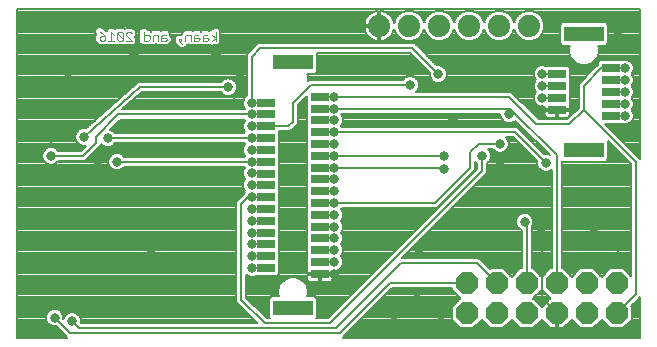
<source format=gbl>
G75*
%MOIN*%
%OFA0B0*%
%FSLAX25Y25*%
%IPPOS*%
%LPD*%
%AMOC8*
5,1,8,0,0,1.08239X$1,22.5*
%
%ADD10C,0.00300*%
%ADD11C,0.07400*%
%ADD12R,0.05906X0.02756*%
%ADD13R,0.13386X0.05118*%
%ADD14OC8,0.07400*%
%ADD15C,0.00700*%
%ADD16C,0.03175*%
D10*
X0072804Y0114170D02*
X0072320Y0114653D01*
X0072320Y0115137D01*
X0072804Y0115621D01*
X0074255Y0115621D01*
X0074255Y0114653D01*
X0073771Y0114170D01*
X0072804Y0114170D01*
X0074255Y0115621D02*
X0073287Y0116588D01*
X0072320Y0117072D01*
X0076234Y0117072D02*
X0076234Y0114170D01*
X0077201Y0114170D02*
X0075266Y0114170D01*
X0077201Y0116105D02*
X0076234Y0117072D01*
X0078213Y0116588D02*
X0078213Y0114653D01*
X0078697Y0114170D01*
X0079664Y0114170D01*
X0080148Y0114653D01*
X0078213Y0116588D01*
X0078697Y0117072D01*
X0079664Y0117072D01*
X0080148Y0116588D01*
X0080148Y0114653D01*
X0081159Y0114170D02*
X0083094Y0114170D01*
X0081159Y0116105D01*
X0081159Y0116588D01*
X0081643Y0117072D01*
X0082611Y0117072D01*
X0083094Y0116588D01*
X0087052Y0116105D02*
X0088504Y0116105D01*
X0088987Y0115621D01*
X0088987Y0114653D01*
X0088504Y0114170D01*
X0087052Y0114170D01*
X0087052Y0117072D01*
X0089999Y0115621D02*
X0089999Y0114170D01*
X0089999Y0115621D02*
X0090483Y0116105D01*
X0091934Y0116105D01*
X0091934Y0114170D01*
X0092945Y0114170D02*
X0094397Y0114170D01*
X0094880Y0114653D01*
X0094397Y0115137D01*
X0092945Y0115137D01*
X0092945Y0115621D02*
X0092945Y0114170D01*
X0092945Y0115621D02*
X0093429Y0116105D01*
X0094397Y0116105D01*
X0098824Y0114653D02*
X0098824Y0114170D01*
X0099308Y0114170D01*
X0099308Y0114653D01*
X0098824Y0114653D01*
X0098824Y0114170D02*
X0099791Y0113202D01*
X0100803Y0114170D02*
X0100803Y0115621D01*
X0101287Y0116105D01*
X0102738Y0116105D01*
X0102738Y0114170D01*
X0103749Y0114170D02*
X0105201Y0114170D01*
X0105684Y0114653D01*
X0105201Y0115137D01*
X0103749Y0115137D01*
X0103749Y0115621D02*
X0103749Y0114170D01*
X0103749Y0115621D02*
X0104233Y0116105D01*
X0105201Y0116105D01*
X0106696Y0115621D02*
X0106696Y0114170D01*
X0108147Y0114170D01*
X0108631Y0114653D01*
X0108147Y0115137D01*
X0106696Y0115137D01*
X0106696Y0115621D02*
X0107180Y0116105D01*
X0108147Y0116105D01*
X0109635Y0116105D02*
X0111086Y0115137D01*
X0109635Y0114170D01*
X0111086Y0114170D02*
X0111086Y0117072D01*
D11*
X0165567Y0119138D03*
X0175567Y0119138D03*
X0185567Y0119138D03*
X0195567Y0119138D03*
X0205567Y0119138D03*
X0215567Y0119138D03*
D12*
X0224913Y0103015D03*
X0224913Y0099078D03*
X0224913Y0095141D03*
X0224913Y0091204D03*
X0242630Y0093172D03*
X0242630Y0089235D03*
X0242630Y0097109D03*
X0242630Y0101046D03*
X0242630Y0104983D03*
X0145652Y0095503D03*
X0145652Y0091566D03*
X0145652Y0087629D03*
X0145652Y0083692D03*
X0145652Y0079755D03*
X0145652Y0075818D03*
X0145652Y0071881D03*
X0145652Y0067944D03*
X0145652Y0064007D03*
X0145652Y0060070D03*
X0145652Y0056133D03*
X0145652Y0052196D03*
X0145652Y0048259D03*
X0145652Y0044322D03*
X0145652Y0040385D03*
X0145652Y0036448D03*
X0127935Y0038417D03*
X0127935Y0042354D03*
X0127935Y0046291D03*
X0127935Y0050228D03*
X0127935Y0054165D03*
X0127935Y0058102D03*
X0127935Y0062039D03*
X0127935Y0065976D03*
X0127935Y0069913D03*
X0127935Y0073850D03*
X0127935Y0077787D03*
X0127935Y0081724D03*
X0127935Y0085661D03*
X0127935Y0089598D03*
X0127935Y0093535D03*
D13*
X0136794Y0106920D03*
X0233772Y0116401D03*
X0233772Y0077818D03*
X0136794Y0025031D03*
D14*
X0194701Y0023311D03*
X0204701Y0023311D03*
X0214701Y0023311D03*
X0224701Y0023311D03*
X0234701Y0023311D03*
X0244701Y0023311D03*
X0244701Y0033311D03*
X0234701Y0033311D03*
X0224701Y0033311D03*
X0214701Y0033311D03*
X0204701Y0033311D03*
X0194701Y0033311D03*
D15*
X0044689Y0015189D02*
X0044689Y0124662D01*
X0252587Y0124662D01*
X0252587Y0074679D01*
X0240759Y0086507D01*
X0246142Y0086507D01*
X0246194Y0086560D01*
X0246872Y0086279D01*
X0248041Y0086279D01*
X0249121Y0086726D01*
X0249947Y0087553D01*
X0250394Y0088632D01*
X0250394Y0089801D01*
X0249947Y0090880D01*
X0249642Y0091185D01*
X0249947Y0091490D01*
X0250394Y0092569D01*
X0250394Y0093738D01*
X0249947Y0094817D01*
X0249642Y0095122D01*
X0249947Y0095427D01*
X0250394Y0096506D01*
X0250394Y0097675D01*
X0249947Y0098754D01*
X0249642Y0099059D01*
X0249947Y0099364D01*
X0250394Y0100443D01*
X0250394Y0101612D01*
X0249947Y0102691D01*
X0249642Y0102996D01*
X0249947Y0103301D01*
X0250394Y0104380D01*
X0250394Y0105549D01*
X0249947Y0106628D01*
X0249121Y0107455D01*
X0248041Y0107902D01*
X0246872Y0107902D01*
X0246221Y0107632D01*
X0246142Y0107711D01*
X0239118Y0107711D01*
X0238327Y0106921D01*
X0238327Y0106113D01*
X0237883Y0105669D01*
X0231977Y0099763D01*
X0231977Y0091889D01*
X0228249Y0088161D01*
X0218633Y0088161D01*
X0209591Y0097203D01*
X0177708Y0097203D01*
X0178293Y0097789D01*
X0178741Y0098868D01*
X0178741Y0100037D01*
X0178293Y0101117D01*
X0177467Y0101943D01*
X0176387Y0102390D01*
X0175219Y0102390D01*
X0174139Y0101943D01*
X0173349Y0101153D01*
X0142028Y0101153D01*
X0141744Y0100868D01*
X0141744Y0102598D01*
X0141572Y0103011D01*
X0144046Y0103011D01*
X0144837Y0103802D01*
X0144837Y0109957D01*
X0175886Y0109957D01*
X0182315Y0103529D01*
X0182315Y0102412D01*
X0182762Y0101332D01*
X0183588Y0100506D01*
X0184668Y0100059D01*
X0185836Y0100059D01*
X0186916Y0100506D01*
X0187742Y0101332D01*
X0188189Y0102412D01*
X0188189Y0103580D01*
X0187742Y0104660D01*
X0186916Y0105486D01*
X0185836Y0105933D01*
X0184719Y0105933D01*
X0178291Y0112362D01*
X0177295Y0113357D01*
X0125099Y0113357D01*
X0122343Y0110602D01*
X0121347Y0109606D01*
X0121347Y0096001D01*
X0120557Y0095211D01*
X0120110Y0094132D01*
X0120110Y0092963D01*
X0120557Y0091883D01*
X0120862Y0091579D01*
X0120581Y0091298D01*
X0079952Y0091298D01*
X0086295Y0096965D01*
X0112719Y0096965D01*
X0113509Y0096175D01*
X0114589Y0095728D01*
X0115758Y0095728D01*
X0116837Y0096175D01*
X0117663Y0097001D01*
X0118111Y0098081D01*
X0118111Y0099250D01*
X0117663Y0100329D01*
X0116837Y0101156D01*
X0115758Y0101603D01*
X0114589Y0101603D01*
X0113509Y0101156D01*
X0112719Y0100365D01*
X0085693Y0100365D01*
X0085038Y0100402D01*
X0084997Y0100365D01*
X0084941Y0100365D01*
X0084477Y0099901D01*
X0067830Y0085024D01*
X0067726Y0085067D01*
X0066557Y0085067D01*
X0065478Y0084620D01*
X0064652Y0083794D01*
X0064204Y0082714D01*
X0064204Y0081546D01*
X0064652Y0080466D01*
X0065478Y0079640D01*
X0066557Y0079193D01*
X0067706Y0079193D01*
X0066044Y0077531D01*
X0058572Y0077531D01*
X0057782Y0078321D01*
X0056702Y0078768D01*
X0055534Y0078768D01*
X0054454Y0078321D01*
X0053628Y0077495D01*
X0053181Y0076415D01*
X0053181Y0075246D01*
X0053628Y0074167D01*
X0054454Y0073341D01*
X0055534Y0072893D01*
X0056702Y0072893D01*
X0057782Y0073341D01*
X0058572Y0074131D01*
X0067452Y0074131D01*
X0068448Y0075127D01*
X0072779Y0079457D01*
X0072779Y0079819D01*
X0073352Y0079246D01*
X0074431Y0078799D01*
X0075600Y0078799D01*
X0076680Y0079246D01*
X0077470Y0080036D01*
X0120593Y0080036D01*
X0120862Y0079768D01*
X0120557Y0079463D01*
X0120110Y0078384D01*
X0120110Y0077215D01*
X0120557Y0076135D01*
X0120862Y0075831D01*
X0120593Y0075562D01*
X0080619Y0075562D01*
X0079829Y0076352D01*
X0078750Y0076800D01*
X0077581Y0076800D01*
X0076501Y0076352D01*
X0075675Y0075526D01*
X0075228Y0074446D01*
X0075228Y0073278D01*
X0075675Y0072198D01*
X0076501Y0071372D01*
X0077581Y0070925D01*
X0078750Y0070925D01*
X0079829Y0071372D01*
X0080619Y0072162D01*
X0120593Y0072162D01*
X0120862Y0071894D01*
X0120557Y0071589D01*
X0120110Y0070509D01*
X0120110Y0069341D01*
X0120557Y0068261D01*
X0120862Y0067957D01*
X0120557Y0067652D01*
X0120110Y0066572D01*
X0120110Y0065404D01*
X0120557Y0064324D01*
X0120862Y0064020D01*
X0120557Y0063715D01*
X0120155Y0062744D01*
X0118800Y0061389D01*
X0117804Y0060393D01*
X0117804Y0027095D01*
X0124849Y0020050D01*
X0066271Y0020050D01*
X0066142Y0020179D01*
X0066142Y0021297D01*
X0065695Y0022377D01*
X0064869Y0023203D01*
X0063789Y0023650D01*
X0062620Y0023650D01*
X0061541Y0023203D01*
X0060715Y0022377D01*
X0060277Y0021320D01*
X0060237Y0021360D01*
X0060237Y0022478D01*
X0059789Y0023558D01*
X0058963Y0024384D01*
X0057884Y0024831D01*
X0056715Y0024831D01*
X0055635Y0024384D01*
X0054809Y0023558D01*
X0054362Y0022478D01*
X0054362Y0021309D01*
X0054809Y0020230D01*
X0055635Y0019403D01*
X0056715Y0018956D01*
X0057832Y0018956D01*
X0060717Y0016071D01*
X0061600Y0015189D01*
X0044689Y0015189D01*
X0044689Y0015633D02*
X0061156Y0015633D01*
X0060458Y0016331D02*
X0044689Y0016331D01*
X0044689Y0017030D02*
X0059759Y0017030D01*
X0059061Y0017728D02*
X0044689Y0017728D01*
X0044689Y0018427D02*
X0058362Y0018427D01*
X0056307Y0019125D02*
X0044689Y0019125D01*
X0044689Y0019824D02*
X0055215Y0019824D01*
X0054688Y0020522D02*
X0044689Y0020522D01*
X0044689Y0021221D02*
X0054399Y0021221D01*
X0054362Y0021919D02*
X0044689Y0021919D01*
X0044689Y0022618D02*
X0054420Y0022618D01*
X0054709Y0023316D02*
X0044689Y0023316D01*
X0044689Y0024015D02*
X0055266Y0024015D01*
X0056430Y0024713D02*
X0044689Y0024713D01*
X0044689Y0025412D02*
X0119487Y0025412D01*
X0118789Y0026110D02*
X0044689Y0026110D01*
X0044689Y0026809D02*
X0118090Y0026809D01*
X0117804Y0027507D02*
X0044689Y0027507D01*
X0044689Y0028206D02*
X0117804Y0028206D01*
X0117804Y0028904D02*
X0044689Y0028904D01*
X0044689Y0029603D02*
X0117804Y0029603D01*
X0117804Y0030301D02*
X0044689Y0030301D01*
X0044689Y0031000D02*
X0117804Y0031000D01*
X0117804Y0031698D02*
X0044689Y0031698D01*
X0044689Y0032397D02*
X0117804Y0032397D01*
X0117804Y0033095D02*
X0044689Y0033095D01*
X0044689Y0033794D02*
X0117804Y0033794D01*
X0117804Y0034492D02*
X0044689Y0034492D01*
X0044689Y0035191D02*
X0117804Y0035191D01*
X0117804Y0035889D02*
X0044689Y0035889D01*
X0044689Y0036588D02*
X0117804Y0036588D01*
X0117804Y0037286D02*
X0044689Y0037286D01*
X0044689Y0037985D02*
X0117804Y0037985D01*
X0117804Y0038684D02*
X0044689Y0038684D01*
X0044689Y0039382D02*
X0117804Y0039382D01*
X0117804Y0040081D02*
X0044689Y0040081D01*
X0044689Y0040779D02*
X0117804Y0040779D01*
X0117804Y0041478D02*
X0044689Y0041478D01*
X0044689Y0042176D02*
X0117804Y0042176D01*
X0117804Y0042875D02*
X0044689Y0042875D01*
X0044689Y0043573D02*
X0117804Y0043573D01*
X0117804Y0044272D02*
X0044689Y0044272D01*
X0044689Y0044970D02*
X0117804Y0044970D01*
X0117804Y0045669D02*
X0044689Y0045669D01*
X0044689Y0046367D02*
X0117804Y0046367D01*
X0117804Y0047066D02*
X0044689Y0047066D01*
X0044689Y0047764D02*
X0117804Y0047764D01*
X0117804Y0048463D02*
X0044689Y0048463D01*
X0044689Y0049161D02*
X0117804Y0049161D01*
X0117804Y0049860D02*
X0044689Y0049860D01*
X0044689Y0050558D02*
X0117804Y0050558D01*
X0117804Y0051257D02*
X0044689Y0051257D01*
X0044689Y0051955D02*
X0117804Y0051955D01*
X0117804Y0052654D02*
X0044689Y0052654D01*
X0044689Y0053352D02*
X0117804Y0053352D01*
X0117804Y0054051D02*
X0044689Y0054051D01*
X0044689Y0054749D02*
X0117804Y0054749D01*
X0117804Y0055448D02*
X0044689Y0055448D01*
X0044689Y0056146D02*
X0117804Y0056146D01*
X0117804Y0056845D02*
X0044689Y0056845D01*
X0044689Y0057543D02*
X0117804Y0057543D01*
X0117804Y0058242D02*
X0044689Y0058242D01*
X0044689Y0058940D02*
X0117804Y0058940D01*
X0117804Y0059639D02*
X0044689Y0059639D01*
X0044689Y0060337D02*
X0117804Y0060337D01*
X0118447Y0061036D02*
X0044689Y0061036D01*
X0044689Y0061734D02*
X0119145Y0061734D01*
X0119844Y0062433D02*
X0044689Y0062433D01*
X0044689Y0063131D02*
X0120315Y0063131D01*
X0120672Y0063830D02*
X0044689Y0063830D01*
X0044689Y0064528D02*
X0120472Y0064528D01*
X0120183Y0065227D02*
X0044689Y0065227D01*
X0044689Y0065925D02*
X0120110Y0065925D01*
X0120131Y0066624D02*
X0044689Y0066624D01*
X0044689Y0067322D02*
X0120421Y0067322D01*
X0120797Y0068021D02*
X0044689Y0068021D01*
X0044689Y0068719D02*
X0120367Y0068719D01*
X0120110Y0069418D02*
X0044689Y0069418D01*
X0044689Y0070117D02*
X0120110Y0070117D01*
X0120236Y0070815D02*
X0044689Y0070815D01*
X0044689Y0071514D02*
X0076360Y0071514D01*
X0075669Y0072212D02*
X0044689Y0072212D01*
X0044689Y0072911D02*
X0055492Y0072911D01*
X0056744Y0072911D02*
X0075380Y0072911D01*
X0075228Y0073609D02*
X0058051Y0073609D01*
X0056118Y0075831D02*
X0066748Y0075831D01*
X0071079Y0080161D01*
X0071079Y0082130D01*
X0078546Y0089598D01*
X0123047Y0089598D01*
X0123047Y0089610D01*
X0123047Y0089598D02*
X0127935Y0089598D01*
X0127935Y0093535D02*
X0123047Y0093535D01*
X0123047Y0093547D01*
X0123047Y0108902D01*
X0125803Y0111657D01*
X0176591Y0111657D01*
X0185252Y0102996D01*
X0187360Y0105042D02*
X0217790Y0105042D01*
X0217407Y0104660D02*
X0218234Y0105486D01*
X0219313Y0105933D01*
X0220482Y0105933D01*
X0221267Y0105608D01*
X0221401Y0105743D01*
X0228425Y0105743D01*
X0229216Y0104952D01*
X0229216Y0101078D01*
X0229185Y0101046D01*
X0229216Y0101015D01*
X0229216Y0097141D01*
X0229185Y0097109D01*
X0229216Y0097078D01*
X0229216Y0093204D01*
X0229121Y0093109D01*
X0229124Y0093103D01*
X0229216Y0092760D01*
X0229216Y0091543D01*
X0225252Y0091543D01*
X0225252Y0090865D01*
X0225252Y0088476D01*
X0228044Y0088476D01*
X0228387Y0088568D01*
X0228695Y0088746D01*
X0228946Y0088997D01*
X0229124Y0089305D01*
X0229216Y0089648D01*
X0229216Y0090865D01*
X0225252Y0090865D01*
X0224574Y0090865D01*
X0220611Y0090865D01*
X0220611Y0089648D01*
X0220703Y0089305D01*
X0220880Y0088997D01*
X0221132Y0088746D01*
X0221440Y0088568D01*
X0221783Y0088476D01*
X0224574Y0088476D01*
X0224574Y0090865D01*
X0224574Y0091543D01*
X0220611Y0091543D01*
X0220611Y0092238D01*
X0220482Y0092185D01*
X0219313Y0092185D01*
X0218234Y0092632D01*
X0217407Y0093458D01*
X0216960Y0094538D01*
X0216960Y0095706D01*
X0217407Y0096786D01*
X0217712Y0097091D01*
X0217407Y0097395D01*
X0216960Y0098475D01*
X0216960Y0099643D01*
X0217407Y0100723D01*
X0217712Y0101028D01*
X0217407Y0101332D01*
X0216960Y0102412D01*
X0216960Y0103580D01*
X0217407Y0104660D01*
X0217276Y0104344D02*
X0187873Y0104344D01*
X0188163Y0103645D02*
X0216987Y0103645D01*
X0216960Y0102947D02*
X0188189Y0102947D01*
X0188122Y0102248D02*
X0217028Y0102248D01*
X0217317Y0101550D02*
X0187832Y0101550D01*
X0187261Y0100851D02*
X0217535Y0100851D01*
X0217171Y0100152D02*
X0186063Y0100152D01*
X0184441Y0100152D02*
X0178693Y0100152D01*
X0178741Y0099454D02*
X0216960Y0099454D01*
X0216960Y0098755D02*
X0178694Y0098755D01*
X0178404Y0098057D02*
X0217133Y0098057D01*
X0217444Y0097358D02*
X0177863Y0097358D01*
X0175803Y0099453D02*
X0142732Y0099453D01*
X0136827Y0093547D01*
X0136827Y0087248D01*
X0135239Y0085661D01*
X0127935Y0085661D01*
X0123047Y0085661D01*
X0123047Y0085673D01*
X0120368Y0086881D02*
X0078234Y0086881D01*
X0078932Y0087579D02*
X0120799Y0087579D01*
X0120862Y0087642D02*
X0120557Y0087337D01*
X0120110Y0086258D01*
X0120110Y0085089D01*
X0120557Y0084009D01*
X0120862Y0083705D01*
X0120593Y0083436D01*
X0077470Y0083436D01*
X0076680Y0084226D01*
X0075902Y0084549D01*
X0079251Y0087898D01*
X0120606Y0087898D01*
X0120862Y0087642D01*
X0120110Y0086182D02*
X0077535Y0086182D01*
X0076837Y0085484D02*
X0120110Y0085484D01*
X0120236Y0084785D02*
X0076138Y0084785D01*
X0076819Y0084087D02*
X0120525Y0084087D01*
X0123047Y0081736D02*
X0075016Y0081736D01*
X0077329Y0079896D02*
X0120734Y0079896D01*
X0120447Y0079197D02*
X0076562Y0079197D01*
X0076624Y0076403D02*
X0069725Y0076403D01*
X0070423Y0077102D02*
X0120157Y0077102D01*
X0120110Y0077800D02*
X0071122Y0077800D01*
X0071820Y0078499D02*
X0120158Y0078499D01*
X0120446Y0076403D02*
X0079707Y0076403D01*
X0080477Y0075705D02*
X0120736Y0075705D01*
X0123047Y0073862D02*
X0078165Y0073862D01*
X0075460Y0075006D02*
X0068328Y0075006D01*
X0069026Y0075705D02*
X0075854Y0075705D01*
X0075228Y0074308D02*
X0067629Y0074308D01*
X0066313Y0077800D02*
X0058303Y0077800D01*
X0057353Y0078499D02*
X0067012Y0078499D01*
X0066546Y0079197D02*
X0044689Y0079197D01*
X0044689Y0078499D02*
X0054883Y0078499D01*
X0053933Y0077800D02*
X0044689Y0077800D01*
X0044689Y0077102D02*
X0053465Y0077102D01*
X0053181Y0076403D02*
X0044689Y0076403D01*
X0044689Y0075705D02*
X0053181Y0075705D01*
X0053280Y0075006D02*
X0044689Y0075006D01*
X0044689Y0074308D02*
X0053570Y0074308D01*
X0054186Y0073609D02*
X0044689Y0073609D01*
X0044689Y0079896D02*
X0065222Y0079896D01*
X0064598Y0080594D02*
X0044689Y0080594D01*
X0044689Y0081293D02*
X0064309Y0081293D01*
X0064204Y0081991D02*
X0044689Y0081991D01*
X0044689Y0082690D02*
X0064204Y0082690D01*
X0064484Y0083388D02*
X0044689Y0083388D01*
X0044689Y0084087D02*
X0064944Y0084087D01*
X0065876Y0084785D02*
X0044689Y0084785D01*
X0044689Y0085484D02*
X0068344Y0085484D01*
X0069125Y0086182D02*
X0044689Y0086182D01*
X0044689Y0086881D02*
X0069907Y0086881D01*
X0070689Y0087579D02*
X0044689Y0087579D01*
X0044689Y0088278D02*
X0071470Y0088278D01*
X0072252Y0088976D02*
X0044689Y0088976D01*
X0044689Y0089675D02*
X0073034Y0089675D01*
X0073815Y0090373D02*
X0044689Y0090373D01*
X0044689Y0091072D02*
X0074597Y0091072D01*
X0075379Y0091770D02*
X0044689Y0091770D01*
X0044689Y0092469D02*
X0076160Y0092469D01*
X0076942Y0093167D02*
X0044689Y0093167D01*
X0044689Y0093866D02*
X0077724Y0093866D01*
X0078505Y0094564D02*
X0044689Y0094564D01*
X0044689Y0095263D02*
X0079287Y0095263D01*
X0080069Y0095961D02*
X0044689Y0095961D01*
X0044689Y0096660D02*
X0080850Y0096660D01*
X0081632Y0097358D02*
X0044689Y0097358D01*
X0044689Y0098057D02*
X0082414Y0098057D01*
X0083195Y0098755D02*
X0044689Y0098755D01*
X0044689Y0099454D02*
X0083977Y0099454D01*
X0084729Y0100152D02*
X0044689Y0100152D01*
X0044689Y0100851D02*
X0113205Y0100851D01*
X0114460Y0101550D02*
X0044689Y0101550D01*
X0044689Y0102248D02*
X0121347Y0102248D01*
X0121347Y0101550D02*
X0115886Y0101550D01*
X0117142Y0100851D02*
X0121347Y0100851D01*
X0121347Y0100152D02*
X0117737Y0100152D01*
X0118026Y0099454D02*
X0121347Y0099454D01*
X0121347Y0098755D02*
X0118111Y0098755D01*
X0118101Y0098057D02*
X0121347Y0098057D01*
X0121347Y0097358D02*
X0117811Y0097358D01*
X0117322Y0096660D02*
X0121347Y0096660D01*
X0121307Y0095961D02*
X0116321Y0095961D01*
X0114025Y0095961D02*
X0085171Y0095961D01*
X0084389Y0095263D02*
X0120609Y0095263D01*
X0120289Y0094564D02*
X0083608Y0094564D01*
X0082826Y0093866D02*
X0120110Y0093866D01*
X0120110Y0093167D02*
X0082044Y0093167D01*
X0081263Y0092469D02*
X0120314Y0092469D01*
X0120670Y0091770D02*
X0080481Y0091770D01*
X0085953Y0096660D02*
X0113025Y0096660D01*
X0115173Y0098665D02*
X0085646Y0098665D01*
X0067142Y0082130D01*
X0072519Y0079197D02*
X0073470Y0079197D01*
X0079971Y0071514D02*
X0120526Y0071514D01*
X0123047Y0069925D02*
X0127935Y0069925D01*
X0127935Y0069913D01*
X0132238Y0070117D02*
X0141349Y0070117D01*
X0141349Y0069944D02*
X0141381Y0069913D01*
X0141349Y0069881D01*
X0141349Y0066007D01*
X0141381Y0065976D01*
X0141349Y0065944D01*
X0141349Y0062070D01*
X0141381Y0062039D01*
X0141349Y0062007D01*
X0141349Y0058133D01*
X0141381Y0058102D01*
X0141349Y0058070D01*
X0141349Y0054196D01*
X0141381Y0054165D01*
X0141349Y0054133D01*
X0141349Y0050259D01*
X0141381Y0050228D01*
X0141349Y0050196D01*
X0141349Y0046322D01*
X0141381Y0046291D01*
X0141349Y0046259D01*
X0141349Y0042385D01*
X0141381Y0042354D01*
X0141349Y0042322D01*
X0141349Y0038448D01*
X0141444Y0038353D01*
X0141441Y0038347D01*
X0141349Y0038004D01*
X0141349Y0036787D01*
X0145313Y0036787D01*
X0145313Y0036109D01*
X0145991Y0036109D01*
X0145991Y0036787D01*
X0149955Y0036787D01*
X0149955Y0037488D01*
X0150022Y0037460D01*
X0151191Y0037460D01*
X0152270Y0037907D01*
X0153096Y0038734D01*
X0153544Y0039813D01*
X0153544Y0040982D01*
X0153096Y0042062D01*
X0152792Y0042366D01*
X0153096Y0042671D01*
X0153544Y0043750D01*
X0153544Y0044919D01*
X0153096Y0045999D01*
X0152792Y0046303D01*
X0153096Y0046608D01*
X0153544Y0047687D01*
X0153544Y0048856D01*
X0153096Y0049936D01*
X0152792Y0050240D01*
X0153096Y0050545D01*
X0153544Y0051624D01*
X0153544Y0052793D01*
X0153096Y0053873D01*
X0152792Y0054177D01*
X0153096Y0054482D01*
X0153544Y0055561D01*
X0153544Y0056730D01*
X0153096Y0057810D01*
X0152792Y0058114D01*
X0153048Y0058370D01*
X0184762Y0058370D01*
X0196586Y0070194D01*
X0197582Y0071190D01*
X0197582Y0073914D01*
X0198119Y0073377D01*
X0198119Y0071417D01*
X0148327Y0021625D01*
X0144549Y0021625D01*
X0144837Y0021912D01*
X0144837Y0028149D01*
X0144046Y0028940D01*
X0141569Y0028940D01*
X0141744Y0029361D01*
X0141744Y0031338D01*
X0140990Y0033157D01*
X0139598Y0034550D01*
X0137778Y0035304D01*
X0135809Y0035304D01*
X0133990Y0034550D01*
X0132597Y0033157D01*
X0131844Y0031338D01*
X0131844Y0029361D01*
X0132018Y0028940D01*
X0129542Y0028940D01*
X0128751Y0028149D01*
X0128751Y0021912D01*
X0129038Y0021625D01*
X0128082Y0021625D01*
X0121204Y0028503D01*
X0121204Y0036118D01*
X0121383Y0035939D01*
X0122463Y0035492D01*
X0123632Y0035492D01*
X0124331Y0035781D01*
X0124423Y0035689D01*
X0131447Y0035689D01*
X0132238Y0036479D01*
X0132238Y0040354D01*
X0132207Y0040385D01*
X0132238Y0040416D01*
X0132238Y0044291D01*
X0132207Y0044322D01*
X0132238Y0044353D01*
X0132238Y0048228D01*
X0132207Y0048259D01*
X0132238Y0048290D01*
X0132238Y0052165D01*
X0132207Y0052196D01*
X0132238Y0052227D01*
X0132238Y0056102D01*
X0132207Y0056133D01*
X0132238Y0056164D01*
X0132238Y0060039D01*
X0132207Y0060070D01*
X0132238Y0060101D01*
X0132238Y0063976D01*
X0132207Y0064007D01*
X0132238Y0064038D01*
X0132238Y0067913D01*
X0132207Y0067944D01*
X0132238Y0067975D01*
X0132238Y0071850D01*
X0132207Y0071881D01*
X0132238Y0071912D01*
X0132238Y0075787D01*
X0132207Y0075818D01*
X0132238Y0075849D01*
X0132238Y0079724D01*
X0132207Y0079755D01*
X0132238Y0079786D01*
X0132238Y0083661D01*
X0132207Y0083692D01*
X0132238Y0083723D01*
X0132238Y0083961D01*
X0135944Y0083961D01*
X0137531Y0085548D01*
X0138527Y0086544D01*
X0138527Y0092843D01*
X0141349Y0095666D01*
X0141349Y0093566D01*
X0141381Y0093535D01*
X0141349Y0093503D01*
X0141349Y0089629D01*
X0141381Y0089598D01*
X0141349Y0089566D01*
X0141349Y0085692D01*
X0141381Y0085661D01*
X0141349Y0085629D01*
X0141349Y0081755D01*
X0141381Y0081724D01*
X0141349Y0081692D01*
X0141349Y0077818D01*
X0141381Y0077787D01*
X0141349Y0077755D01*
X0141349Y0073881D01*
X0141381Y0073850D01*
X0141349Y0073818D01*
X0141349Y0069944D01*
X0141349Y0069418D02*
X0132238Y0069418D01*
X0132238Y0068719D02*
X0141349Y0068719D01*
X0141349Y0068021D02*
X0132238Y0068021D01*
X0132238Y0067322D02*
X0141349Y0067322D01*
X0141349Y0066624D02*
X0132238Y0066624D01*
X0132238Y0065925D02*
X0141349Y0065925D01*
X0141349Y0065227D02*
X0132238Y0065227D01*
X0132238Y0064528D02*
X0141349Y0064528D01*
X0141349Y0063830D02*
X0132238Y0063830D01*
X0132238Y0063131D02*
X0141349Y0063131D01*
X0141349Y0062433D02*
X0132238Y0062433D01*
X0132238Y0061734D02*
X0141349Y0061734D01*
X0141349Y0061036D02*
X0132238Y0061036D01*
X0132238Y0060337D02*
X0141349Y0060337D01*
X0141349Y0059639D02*
X0132238Y0059639D01*
X0132238Y0058940D02*
X0141349Y0058940D01*
X0141349Y0058242D02*
X0132238Y0058242D01*
X0132238Y0057543D02*
X0141349Y0057543D01*
X0141349Y0056845D02*
X0132238Y0056845D01*
X0132220Y0056146D02*
X0141349Y0056146D01*
X0141349Y0055448D02*
X0132238Y0055448D01*
X0132238Y0054749D02*
X0141349Y0054749D01*
X0141349Y0054051D02*
X0132238Y0054051D01*
X0132238Y0053352D02*
X0141349Y0053352D01*
X0141349Y0052654D02*
X0132238Y0052654D01*
X0132238Y0051955D02*
X0141349Y0051955D01*
X0141349Y0051257D02*
X0132238Y0051257D01*
X0132238Y0050558D02*
X0141349Y0050558D01*
X0141349Y0049860D02*
X0132238Y0049860D01*
X0132238Y0049161D02*
X0141349Y0049161D01*
X0141349Y0048463D02*
X0132238Y0048463D01*
X0132238Y0047764D02*
X0141349Y0047764D01*
X0141349Y0047066D02*
X0132238Y0047066D01*
X0132238Y0046367D02*
X0141349Y0046367D01*
X0141349Y0045669D02*
X0132238Y0045669D01*
X0132238Y0044970D02*
X0141349Y0044970D01*
X0141349Y0044272D02*
X0132238Y0044272D01*
X0132238Y0043573D02*
X0141349Y0043573D01*
X0141349Y0042875D02*
X0132238Y0042875D01*
X0132238Y0042176D02*
X0141349Y0042176D01*
X0141349Y0041478D02*
X0132238Y0041478D01*
X0132238Y0040779D02*
X0141349Y0040779D01*
X0141349Y0040081D02*
X0132238Y0040081D01*
X0132238Y0039382D02*
X0141349Y0039382D01*
X0141349Y0038684D02*
X0132238Y0038684D01*
X0132238Y0037985D02*
X0141349Y0037985D01*
X0141349Y0037286D02*
X0132238Y0037286D01*
X0132238Y0036588D02*
X0145313Y0036588D01*
X0145652Y0036448D02*
X0150606Y0036448D01*
X0150606Y0036461D01*
X0149955Y0036109D02*
X0145991Y0036109D01*
X0145991Y0033720D01*
X0148782Y0033720D01*
X0149126Y0033812D01*
X0149434Y0033990D01*
X0149685Y0034241D01*
X0149863Y0034549D01*
X0149955Y0034892D01*
X0149955Y0036109D01*
X0149955Y0035889D02*
X0162592Y0035889D01*
X0161893Y0035191D02*
X0149955Y0035191D01*
X0149830Y0034492D02*
X0161195Y0034492D01*
X0160496Y0033794D02*
X0149058Y0033794D01*
X0145991Y0033794D02*
X0145313Y0033794D01*
X0145313Y0033720D02*
X0145313Y0036109D01*
X0141349Y0036109D01*
X0141349Y0034892D01*
X0141441Y0034549D01*
X0141619Y0034241D01*
X0141870Y0033990D01*
X0142178Y0033812D01*
X0142521Y0033720D01*
X0145313Y0033720D01*
X0145313Y0034492D02*
X0145991Y0034492D01*
X0145991Y0035191D02*
X0145313Y0035191D01*
X0145313Y0035889D02*
X0145991Y0035889D01*
X0145991Y0036588D02*
X0163290Y0036588D01*
X0163989Y0037286D02*
X0149955Y0037286D01*
X0152348Y0037985D02*
X0164687Y0037985D01*
X0165386Y0038684D02*
X0153046Y0038684D01*
X0153365Y0039382D02*
X0166084Y0039382D01*
X0166783Y0040081D02*
X0153544Y0040081D01*
X0153544Y0040779D02*
X0167481Y0040779D01*
X0168180Y0041478D02*
X0153338Y0041478D01*
X0152982Y0042176D02*
X0168878Y0042176D01*
X0169577Y0042875D02*
X0153181Y0042875D01*
X0153470Y0043573D02*
X0170275Y0043573D01*
X0170974Y0044272D02*
X0153544Y0044272D01*
X0153523Y0044970D02*
X0171672Y0044970D01*
X0172371Y0045669D02*
X0153233Y0045669D01*
X0152856Y0046367D02*
X0173069Y0046367D01*
X0173768Y0047066D02*
X0153286Y0047066D01*
X0153544Y0047764D02*
X0174466Y0047764D01*
X0175165Y0048463D02*
X0153544Y0048463D01*
X0153417Y0049161D02*
X0175863Y0049161D01*
X0176562Y0049860D02*
X0153128Y0049860D01*
X0153102Y0050558D02*
X0177260Y0050558D01*
X0177959Y0051257D02*
X0153391Y0051257D01*
X0153544Y0051955D02*
X0178657Y0051955D01*
X0179356Y0052654D02*
X0153544Y0052654D01*
X0153312Y0053352D02*
X0180054Y0053352D01*
X0180753Y0054051D02*
X0152918Y0054051D01*
X0153207Y0054749D02*
X0181451Y0054749D01*
X0182150Y0055448D02*
X0153497Y0055448D01*
X0153544Y0056146D02*
X0182848Y0056146D01*
X0183547Y0056845D02*
X0153496Y0056845D01*
X0153207Y0057543D02*
X0184245Y0057543D01*
X0184944Y0058242D02*
X0152920Y0058242D01*
X0150606Y0060070D02*
X0184058Y0060070D01*
X0195882Y0071894D01*
X0195882Y0077012D01*
X0198638Y0079768D01*
X0205724Y0079768D01*
X0204485Y0077102D02*
X0202472Y0077102D01*
X0202309Y0077495D02*
X0201736Y0078068D01*
X0203270Y0078068D01*
X0204060Y0077278D01*
X0205140Y0076830D01*
X0206309Y0076830D01*
X0207388Y0077278D01*
X0208215Y0078104D01*
X0208662Y0079183D01*
X0208662Y0080352D01*
X0208215Y0081432D01*
X0207654Y0081992D01*
X0210151Y0081992D01*
X0218141Y0074002D01*
X0218141Y0072884D01*
X0218589Y0071805D01*
X0219415Y0070978D01*
X0220494Y0070531D01*
X0221663Y0070531D01*
X0222743Y0070978D01*
X0223001Y0071236D01*
X0223001Y0038361D01*
X0222609Y0038361D01*
X0219701Y0035453D01*
X0216793Y0038361D01*
X0216401Y0038361D01*
X0216401Y0052038D01*
X0216482Y0052120D01*
X0216930Y0053199D01*
X0216930Y0054368D01*
X0216482Y0055447D01*
X0215656Y0056274D01*
X0214576Y0056721D01*
X0213408Y0056721D01*
X0212328Y0056274D01*
X0211502Y0055447D01*
X0211055Y0054368D01*
X0211055Y0053199D01*
X0211502Y0052120D01*
X0212328Y0051293D01*
X0213001Y0051015D01*
X0213001Y0038361D01*
X0212609Y0038361D01*
X0209701Y0035453D01*
X0206793Y0038361D01*
X0202609Y0038361D01*
X0202332Y0038084D01*
X0199708Y0040708D01*
X0198712Y0041704D01*
X0173214Y0041704D01*
X0200523Y0069013D01*
X0201519Y0070008D01*
X0201519Y0073377D01*
X0202309Y0074167D01*
X0202756Y0075246D01*
X0202756Y0076415D01*
X0202309Y0077495D01*
X0202004Y0077800D02*
X0203538Y0077800D01*
X0202756Y0076403D02*
X0215740Y0076403D01*
X0216438Y0075705D02*
X0202756Y0075705D01*
X0202657Y0075006D02*
X0217137Y0075006D01*
X0217835Y0074308D02*
X0202367Y0074308D01*
X0201751Y0073609D02*
X0218141Y0073609D01*
X0218141Y0072911D02*
X0201519Y0072911D01*
X0201519Y0072212D02*
X0218420Y0072212D01*
X0218880Y0071514D02*
X0201519Y0071514D01*
X0201519Y0070815D02*
X0219809Y0070815D01*
X0222348Y0070815D02*
X0223001Y0070815D01*
X0223001Y0070117D02*
X0201519Y0070117D01*
X0200928Y0069418D02*
X0223001Y0069418D01*
X0223001Y0068719D02*
X0200230Y0068719D01*
X0199531Y0068021D02*
X0223001Y0068021D01*
X0223001Y0067322D02*
X0198833Y0067322D01*
X0198134Y0066624D02*
X0223001Y0066624D01*
X0223001Y0065925D02*
X0197436Y0065925D01*
X0196737Y0065227D02*
X0223001Y0065227D01*
X0223001Y0064528D02*
X0196039Y0064528D01*
X0195340Y0063830D02*
X0223001Y0063830D01*
X0223001Y0063131D02*
X0194642Y0063131D01*
X0193943Y0062433D02*
X0223001Y0062433D01*
X0223001Y0061734D02*
X0193245Y0061734D01*
X0192546Y0061036D02*
X0223001Y0061036D01*
X0223001Y0060337D02*
X0191848Y0060337D01*
X0191149Y0059639D02*
X0223001Y0059639D01*
X0223001Y0058940D02*
X0190451Y0058940D01*
X0189752Y0058242D02*
X0223001Y0058242D01*
X0223001Y0057543D02*
X0189054Y0057543D01*
X0188355Y0056845D02*
X0223001Y0056845D01*
X0223001Y0056146D02*
X0215783Y0056146D01*
X0216482Y0055448D02*
X0223001Y0055448D01*
X0223001Y0054749D02*
X0216771Y0054749D01*
X0216930Y0054051D02*
X0223001Y0054051D01*
X0223001Y0053352D02*
X0216930Y0053352D01*
X0216704Y0052654D02*
X0223001Y0052654D01*
X0223001Y0051955D02*
X0216401Y0051955D01*
X0216401Y0051257D02*
X0223001Y0051257D01*
X0223001Y0050558D02*
X0216401Y0050558D01*
X0216401Y0049860D02*
X0223001Y0049860D01*
X0223001Y0049161D02*
X0216401Y0049161D01*
X0216401Y0048463D02*
X0223001Y0048463D01*
X0223001Y0047764D02*
X0216401Y0047764D01*
X0216401Y0047066D02*
X0223001Y0047066D01*
X0223001Y0046367D02*
X0216401Y0046367D01*
X0216401Y0045669D02*
X0223001Y0045669D01*
X0223001Y0044970D02*
X0216401Y0044970D01*
X0216401Y0044272D02*
X0223001Y0044272D01*
X0223001Y0043573D02*
X0216401Y0043573D01*
X0216401Y0042875D02*
X0223001Y0042875D01*
X0223001Y0042176D02*
X0216401Y0042176D01*
X0216401Y0041478D02*
X0223001Y0041478D01*
X0223001Y0040779D02*
X0216401Y0040779D01*
X0216401Y0040081D02*
X0223001Y0040081D01*
X0223001Y0039382D02*
X0216401Y0039382D01*
X0216401Y0038684D02*
X0223001Y0038684D01*
X0222233Y0037985D02*
X0217169Y0037985D01*
X0217867Y0037286D02*
X0221534Y0037286D01*
X0220836Y0036588D02*
X0218566Y0036588D01*
X0219264Y0035889D02*
X0220137Y0035889D01*
X0219701Y0031169D02*
X0216843Y0028311D01*
X0219701Y0025453D01*
X0222559Y0028311D01*
X0219701Y0031169D01*
X0219531Y0031000D02*
X0219870Y0031000D01*
X0220569Y0030301D02*
X0218833Y0030301D01*
X0218134Y0029603D02*
X0221267Y0029603D01*
X0221966Y0028904D02*
X0217436Y0028904D01*
X0216948Y0028206D02*
X0222454Y0028206D01*
X0221755Y0027507D02*
X0217646Y0027507D01*
X0218345Y0026809D02*
X0221057Y0026809D01*
X0220358Y0026110D02*
X0219043Y0026110D01*
X0219701Y0028311D02*
X0219701Y0050043D01*
X0219504Y0050240D01*
X0214701Y0053075D02*
X0213992Y0053783D01*
X0214701Y0053075D02*
X0214701Y0033311D01*
X0210137Y0035889D02*
X0209264Y0035889D01*
X0208566Y0036588D02*
X0210836Y0036588D01*
X0211534Y0037286D02*
X0207867Y0037286D01*
X0207169Y0037985D02*
X0212233Y0037985D01*
X0213001Y0038684D02*
X0201732Y0038684D01*
X0201034Y0039382D02*
X0213001Y0039382D01*
X0213001Y0040081D02*
X0200335Y0040081D01*
X0199708Y0040708D02*
X0199708Y0040708D01*
X0199637Y0040779D02*
X0213001Y0040779D01*
X0213001Y0041478D02*
X0198938Y0041478D01*
X0198008Y0040004D02*
X0204701Y0033311D01*
X0198008Y0040004D02*
X0172654Y0040004D01*
X0151000Y0018350D01*
X0065567Y0018350D01*
X0063205Y0020713D01*
X0065884Y0021919D02*
X0122980Y0021919D01*
X0123678Y0021221D02*
X0066142Y0021221D01*
X0066142Y0020522D02*
X0124377Y0020522D01*
X0122281Y0022618D02*
X0065454Y0022618D01*
X0064595Y0023316D02*
X0121583Y0023316D01*
X0120884Y0024015D02*
X0059332Y0024015D01*
X0059889Y0023316D02*
X0061815Y0023316D01*
X0060956Y0022618D02*
X0060179Y0022618D01*
X0060237Y0021919D02*
X0060525Y0021919D01*
X0057299Y0021894D02*
X0062417Y0016776D01*
X0152575Y0016776D01*
X0169110Y0033311D01*
X0194701Y0033311D01*
X0191267Y0029603D02*
X0167806Y0029603D01*
X0167108Y0028904D02*
X0191966Y0028904D01*
X0192559Y0028311D02*
X0189651Y0031219D01*
X0189651Y0031611D01*
X0169814Y0031611D01*
X0154275Y0016071D01*
X0153392Y0015189D01*
X0252587Y0015189D01*
X0252587Y0028793D01*
X0251704Y0027910D01*
X0249474Y0025680D01*
X0249751Y0025403D01*
X0249751Y0021219D01*
X0246793Y0018261D01*
X0242609Y0018261D01*
X0239701Y0021169D01*
X0236793Y0018261D01*
X0232609Y0018261D01*
X0229701Y0021169D01*
X0226793Y0018261D01*
X0225051Y0018261D01*
X0225051Y0022961D01*
X0224351Y0022961D01*
X0224351Y0018261D01*
X0222609Y0018261D01*
X0219701Y0021169D01*
X0216793Y0018261D01*
X0212609Y0018261D01*
X0209701Y0021169D01*
X0206793Y0018261D01*
X0202609Y0018261D01*
X0199701Y0021169D01*
X0196793Y0018261D01*
X0192609Y0018261D01*
X0189651Y0021219D01*
X0189651Y0025403D01*
X0192559Y0028311D01*
X0192454Y0028206D02*
X0166409Y0028206D01*
X0165711Y0027507D02*
X0191755Y0027507D01*
X0191057Y0026809D02*
X0165012Y0026809D01*
X0164314Y0026110D02*
X0190358Y0026110D01*
X0189660Y0025412D02*
X0163615Y0025412D01*
X0162917Y0024713D02*
X0189651Y0024713D01*
X0189651Y0024015D02*
X0162218Y0024015D01*
X0161520Y0023316D02*
X0189651Y0023316D01*
X0189651Y0022618D02*
X0160821Y0022618D01*
X0160123Y0021919D02*
X0189651Y0021919D01*
X0189651Y0021221D02*
X0159424Y0021221D01*
X0158726Y0020522D02*
X0190348Y0020522D01*
X0191046Y0019824D02*
X0158027Y0019824D01*
X0157329Y0019125D02*
X0191745Y0019125D01*
X0192443Y0018427D02*
X0156630Y0018427D01*
X0155932Y0017728D02*
X0252587Y0017728D01*
X0252587Y0017030D02*
X0155233Y0017030D01*
X0154535Y0016331D02*
X0252587Y0016331D01*
X0252587Y0015633D02*
X0153836Y0015633D01*
X0149031Y0019925D02*
X0199819Y0070713D01*
X0199819Y0075831D01*
X0197886Y0073609D02*
X0197582Y0073609D01*
X0197582Y0072911D02*
X0198119Y0072911D01*
X0198119Y0072212D02*
X0197582Y0072212D01*
X0197582Y0071514D02*
X0198119Y0071514D01*
X0197517Y0070815D02*
X0197207Y0070815D01*
X0196819Y0070117D02*
X0196509Y0070117D01*
X0196120Y0069418D02*
X0195810Y0069418D01*
X0195422Y0068719D02*
X0195112Y0068719D01*
X0194723Y0068021D02*
X0194413Y0068021D01*
X0194025Y0067322D02*
X0193715Y0067322D01*
X0193326Y0066624D02*
X0193016Y0066624D01*
X0192628Y0065925D02*
X0192318Y0065925D01*
X0191929Y0065227D02*
X0191619Y0065227D01*
X0191231Y0064528D02*
X0190921Y0064528D01*
X0190532Y0063830D02*
X0190222Y0063830D01*
X0189834Y0063131D02*
X0189524Y0063131D01*
X0189135Y0062433D02*
X0188825Y0062433D01*
X0188437Y0061734D02*
X0188127Y0061734D01*
X0187738Y0061036D02*
X0187428Y0061036D01*
X0187039Y0060337D02*
X0186730Y0060337D01*
X0186341Y0059639D02*
X0186031Y0059639D01*
X0185642Y0058940D02*
X0185333Y0058940D01*
X0187657Y0056146D02*
X0212201Y0056146D01*
X0211502Y0055448D02*
X0186958Y0055448D01*
X0186260Y0054749D02*
X0211213Y0054749D01*
X0211055Y0054051D02*
X0185561Y0054051D01*
X0184863Y0053352D02*
X0211055Y0053352D01*
X0211281Y0052654D02*
X0184164Y0052654D01*
X0183466Y0051955D02*
X0211666Y0051955D01*
X0212416Y0051257D02*
X0182767Y0051257D01*
X0182069Y0050558D02*
X0213001Y0050558D01*
X0213001Y0049860D02*
X0181370Y0049860D01*
X0180672Y0049161D02*
X0213001Y0049161D01*
X0213001Y0048463D02*
X0179973Y0048463D01*
X0179275Y0047764D02*
X0213001Y0047764D01*
X0213001Y0047066D02*
X0178576Y0047066D01*
X0177878Y0046367D02*
X0213001Y0046367D01*
X0213001Y0045669D02*
X0177179Y0045669D01*
X0176481Y0044970D02*
X0213001Y0044970D01*
X0213001Y0044272D02*
X0175782Y0044272D01*
X0175084Y0043573D02*
X0213001Y0043573D01*
X0213001Y0042875D02*
X0174385Y0042875D01*
X0173687Y0042176D02*
X0213001Y0042176D01*
X0226401Y0042176D02*
X0249300Y0042176D01*
X0249300Y0041478D02*
X0226401Y0041478D01*
X0226401Y0040779D02*
X0249300Y0040779D01*
X0249300Y0040081D02*
X0226401Y0040081D01*
X0226401Y0039382D02*
X0249300Y0039382D01*
X0249300Y0038684D02*
X0226401Y0038684D01*
X0226401Y0038361D02*
X0226401Y0074028D01*
X0226520Y0073909D01*
X0241024Y0073909D01*
X0241815Y0074700D01*
X0241815Y0080643D01*
X0249300Y0073158D01*
X0249300Y0035854D01*
X0246793Y0038361D01*
X0242609Y0038361D01*
X0239701Y0035453D01*
X0236793Y0038361D01*
X0232609Y0038361D01*
X0229701Y0035453D01*
X0226793Y0038361D01*
X0226401Y0038361D01*
X0227169Y0037985D02*
X0232233Y0037985D01*
X0231534Y0037286D02*
X0227867Y0037286D01*
X0228566Y0036588D02*
X0230836Y0036588D01*
X0230137Y0035889D02*
X0229264Y0035889D01*
X0224701Y0033311D02*
X0224701Y0076146D01*
X0209268Y0091579D01*
X0209268Y0090004D01*
X0208874Y0089610D01*
X0209268Y0091579D02*
X0150606Y0091579D01*
X0150606Y0091566D01*
X0145652Y0091566D01*
X0145652Y0095503D02*
X0150606Y0095503D01*
X0208887Y0095503D01*
X0217929Y0086461D01*
X0228953Y0086461D01*
X0233677Y0091185D01*
X0233677Y0099059D01*
X0239583Y0104965D01*
X0242603Y0104965D01*
X0242630Y0104991D01*
X0247430Y0104991D01*
X0247457Y0104965D01*
X0247457Y0104983D01*
X0242630Y0104983D01*
X0238544Y0107138D02*
X0236824Y0107138D01*
X0236576Y0106889D02*
X0237968Y0108282D01*
X0238722Y0110101D01*
X0238722Y0112078D01*
X0238550Y0112492D01*
X0241024Y0112492D01*
X0241815Y0113283D01*
X0241815Y0119519D01*
X0241024Y0120310D01*
X0226520Y0120310D01*
X0225729Y0119519D01*
X0225729Y0113283D01*
X0226520Y0112492D01*
X0228993Y0112492D01*
X0228822Y0112078D01*
X0228822Y0110101D01*
X0229575Y0108282D01*
X0230968Y0106889D01*
X0232787Y0106136D01*
X0234756Y0106136D01*
X0236576Y0106889D01*
X0235488Y0106439D02*
X0238327Y0106439D01*
X0237955Y0105741D02*
X0228428Y0105741D01*
X0229126Y0105042D02*
X0237256Y0105042D01*
X0236558Y0104344D02*
X0229216Y0104344D01*
X0229216Y0103645D02*
X0235859Y0103645D01*
X0235160Y0102947D02*
X0229216Y0102947D01*
X0229216Y0102248D02*
X0234462Y0102248D01*
X0233763Y0101550D02*
X0229216Y0101550D01*
X0229216Y0100851D02*
X0233065Y0100851D01*
X0232366Y0100152D02*
X0229216Y0100152D01*
X0229216Y0099454D02*
X0231977Y0099454D01*
X0231977Y0098755D02*
X0229216Y0098755D01*
X0229216Y0098057D02*
X0231977Y0098057D01*
X0231977Y0097358D02*
X0229216Y0097358D01*
X0229216Y0096660D02*
X0231977Y0096660D01*
X0231977Y0095961D02*
X0229216Y0095961D01*
X0229216Y0095263D02*
X0231977Y0095263D01*
X0231977Y0094564D02*
X0229216Y0094564D01*
X0229216Y0093866D02*
X0231977Y0093866D01*
X0231977Y0093167D02*
X0229180Y0093167D01*
X0229216Y0092469D02*
X0231977Y0092469D01*
X0231858Y0091770D02*
X0229216Y0091770D01*
X0229216Y0090373D02*
X0230461Y0090373D01*
X0229763Y0089675D02*
X0229216Y0089675D01*
X0229064Y0088976D02*
X0228926Y0088976D01*
X0228366Y0088278D02*
X0218516Y0088278D01*
X0217818Y0088976D02*
X0220901Y0088976D01*
X0220611Y0089675D02*
X0217119Y0089675D01*
X0216421Y0090373D02*
X0220611Y0090373D01*
X0219898Y0091185D02*
X0219898Y0091204D01*
X0224913Y0091204D01*
X0224574Y0091072D02*
X0215722Y0091072D01*
X0215024Y0091770D02*
X0220611Y0091770D01*
X0218627Y0092469D02*
X0214325Y0092469D01*
X0213627Y0093167D02*
X0217698Y0093167D01*
X0217239Y0093866D02*
X0212928Y0093866D01*
X0212230Y0094564D02*
X0216960Y0094564D01*
X0216960Y0095263D02*
X0211531Y0095263D01*
X0210832Y0095961D02*
X0217066Y0095961D01*
X0217355Y0096660D02*
X0210134Y0096660D01*
X0205937Y0089879D02*
X0205937Y0089026D01*
X0206384Y0087946D01*
X0207210Y0087120D01*
X0208290Y0086673D01*
X0209458Y0086673D01*
X0210538Y0087120D01*
X0210930Y0087512D01*
X0222300Y0076142D01*
X0221663Y0076406D01*
X0220545Y0076406D01*
X0211559Y0085392D01*
X0153073Y0085392D01*
X0152798Y0085667D01*
X0153096Y0085965D01*
X0153544Y0087045D01*
X0153544Y0088226D01*
X0153096Y0089306D01*
X0152792Y0089610D01*
X0153060Y0089879D01*
X0205937Y0089879D01*
X0205937Y0089675D02*
X0152856Y0089675D01*
X0153233Y0088976D02*
X0205957Y0088976D01*
X0206246Y0088278D02*
X0153522Y0088278D01*
X0153544Y0087579D02*
X0206751Y0087579D01*
X0207788Y0086881D02*
X0153476Y0086881D01*
X0153186Y0086182D02*
X0212260Y0086182D01*
X0212959Y0085484D02*
X0152981Y0085484D01*
X0150606Y0083705D02*
X0150606Y0083692D01*
X0210855Y0083692D01*
X0221079Y0073469D01*
X0221670Y0076403D02*
X0222039Y0076403D01*
X0221341Y0077102D02*
X0219850Y0077102D01*
X0219151Y0077800D02*
X0220642Y0077800D01*
X0219944Y0078499D02*
X0218453Y0078499D01*
X0217754Y0079197D02*
X0219245Y0079197D01*
X0218547Y0079896D02*
X0217056Y0079896D01*
X0216357Y0080594D02*
X0217848Y0080594D01*
X0217150Y0081293D02*
X0215659Y0081293D01*
X0214960Y0081991D02*
X0216451Y0081991D01*
X0215753Y0082690D02*
X0214262Y0082690D01*
X0213563Y0083388D02*
X0215054Y0083388D01*
X0214356Y0084087D02*
X0212865Y0084087D01*
X0212166Y0084785D02*
X0213657Y0084785D01*
X0211562Y0086881D02*
X0209960Y0086881D01*
X0210152Y0081991D02*
X0207655Y0081991D01*
X0208272Y0081293D02*
X0210850Y0081293D01*
X0211549Y0080594D02*
X0208561Y0080594D01*
X0208662Y0079896D02*
X0212247Y0079896D01*
X0212946Y0079197D02*
X0208662Y0079197D01*
X0208378Y0078499D02*
X0213644Y0078499D01*
X0214343Y0077800D02*
X0207911Y0077800D01*
X0206964Y0077102D02*
X0215041Y0077102D01*
X0226401Y0073609D02*
X0248849Y0073609D01*
X0249300Y0072911D02*
X0226401Y0072911D01*
X0226401Y0072212D02*
X0249300Y0072212D01*
X0249300Y0071514D02*
X0226401Y0071514D01*
X0226401Y0070815D02*
X0249300Y0070815D01*
X0249300Y0070117D02*
X0226401Y0070117D01*
X0226401Y0069418D02*
X0249300Y0069418D01*
X0249300Y0068719D02*
X0226401Y0068719D01*
X0226401Y0068021D02*
X0249300Y0068021D01*
X0249300Y0067322D02*
X0226401Y0067322D01*
X0226401Y0066624D02*
X0249300Y0066624D01*
X0249300Y0065925D02*
X0226401Y0065925D01*
X0226401Y0065227D02*
X0249300Y0065227D01*
X0249300Y0064528D02*
X0226401Y0064528D01*
X0226401Y0063830D02*
X0249300Y0063830D01*
X0249300Y0063131D02*
X0226401Y0063131D01*
X0226401Y0062433D02*
X0249300Y0062433D01*
X0249300Y0061734D02*
X0226401Y0061734D01*
X0226401Y0061036D02*
X0249300Y0061036D01*
X0249300Y0060337D02*
X0226401Y0060337D01*
X0226401Y0059639D02*
X0249300Y0059639D01*
X0249300Y0058940D02*
X0226401Y0058940D01*
X0226401Y0058242D02*
X0249300Y0058242D01*
X0249300Y0057543D02*
X0226401Y0057543D01*
X0226401Y0056845D02*
X0249300Y0056845D01*
X0249300Y0056146D02*
X0226401Y0056146D01*
X0226401Y0055448D02*
X0249300Y0055448D01*
X0249300Y0054749D02*
X0226401Y0054749D01*
X0226401Y0054051D02*
X0249300Y0054051D01*
X0249300Y0053352D02*
X0226401Y0053352D01*
X0226401Y0052654D02*
X0249300Y0052654D01*
X0249300Y0051955D02*
X0226401Y0051955D01*
X0226401Y0051257D02*
X0249300Y0051257D01*
X0249300Y0050558D02*
X0226401Y0050558D01*
X0226401Y0049860D02*
X0249300Y0049860D01*
X0249300Y0049161D02*
X0226401Y0049161D01*
X0226401Y0048463D02*
X0249300Y0048463D01*
X0249300Y0047764D02*
X0226401Y0047764D01*
X0226401Y0047066D02*
X0249300Y0047066D01*
X0249300Y0046367D02*
X0226401Y0046367D01*
X0226401Y0045669D02*
X0249300Y0045669D01*
X0249300Y0044970D02*
X0226401Y0044970D01*
X0226401Y0044272D02*
X0249300Y0044272D01*
X0249300Y0043573D02*
X0226401Y0043573D01*
X0226401Y0042875D02*
X0249300Y0042875D01*
X0249300Y0037985D02*
X0247169Y0037985D01*
X0247867Y0037286D02*
X0249300Y0037286D01*
X0249300Y0036588D02*
X0248566Y0036588D01*
X0249264Y0035889D02*
X0249300Y0035889D01*
X0242233Y0037985D02*
X0237169Y0037985D01*
X0237867Y0037286D02*
X0241534Y0037286D01*
X0240836Y0036588D02*
X0238566Y0036588D01*
X0239264Y0035889D02*
X0240137Y0035889D01*
X0251000Y0029610D02*
X0251000Y0073862D01*
X0233677Y0091185D01*
X0231160Y0091072D02*
X0225252Y0091072D01*
X0225252Y0090373D02*
X0224574Y0090373D01*
X0224574Y0089675D02*
X0225252Y0089675D01*
X0225252Y0088976D02*
X0224574Y0088976D01*
X0224913Y0095141D02*
X0219898Y0095141D01*
X0219898Y0095122D01*
X0219898Y0099059D02*
X0224913Y0099059D01*
X0224913Y0099078D01*
X0224913Y0102996D02*
X0224913Y0103015D01*
X0219898Y0103015D01*
X0219898Y0102996D01*
X0220948Y0105741D02*
X0221399Y0105741D01*
X0218848Y0105741D02*
X0186302Y0105741D01*
X0184213Y0106439D02*
X0232055Y0106439D01*
X0230720Y0107138D02*
X0183515Y0107138D01*
X0182816Y0107836D02*
X0230021Y0107836D01*
X0229471Y0108535D02*
X0182118Y0108535D01*
X0181419Y0109233D02*
X0229181Y0109233D01*
X0228892Y0109932D02*
X0180721Y0109932D01*
X0180022Y0110630D02*
X0228822Y0110630D01*
X0228822Y0111329D02*
X0179323Y0111329D01*
X0178625Y0112027D02*
X0228822Y0112027D01*
X0226286Y0112726D02*
X0177926Y0112726D01*
X0176656Y0114123D02*
X0184478Y0114123D01*
X0184562Y0114088D02*
X0182706Y0114857D01*
X0181286Y0116277D01*
X0180567Y0118013D01*
X0179848Y0116277D01*
X0178428Y0114857D01*
X0176571Y0114088D01*
X0174562Y0114088D01*
X0172706Y0114857D01*
X0171286Y0116277D01*
X0170520Y0118127D01*
X0170493Y0117955D01*
X0170247Y0117199D01*
X0169886Y0116491D01*
X0169419Y0115848D01*
X0168857Y0115286D01*
X0168214Y0114819D01*
X0167505Y0114458D01*
X0166749Y0114212D01*
X0165964Y0114088D01*
X0165917Y0114088D01*
X0165917Y0118788D01*
X0165217Y0118788D01*
X0160517Y0118788D01*
X0160517Y0118740D01*
X0160641Y0117955D01*
X0160887Y0117199D01*
X0161248Y0116491D01*
X0161715Y0115848D01*
X0162277Y0115286D01*
X0162920Y0114819D01*
X0163628Y0114458D01*
X0164384Y0114212D01*
X0165169Y0114088D01*
X0165217Y0114088D01*
X0165217Y0118788D01*
X0165217Y0119488D01*
X0165217Y0124188D01*
X0165169Y0124188D01*
X0164384Y0124063D01*
X0163628Y0123818D01*
X0162920Y0123457D01*
X0162277Y0122990D01*
X0161715Y0122428D01*
X0161248Y0121785D01*
X0160887Y0121076D01*
X0160641Y0120320D01*
X0160517Y0119535D01*
X0160517Y0119488D01*
X0165217Y0119488D01*
X0165917Y0119488D01*
X0165917Y0124188D01*
X0165964Y0124188D01*
X0166749Y0124063D01*
X0167505Y0123818D01*
X0168214Y0123457D01*
X0168857Y0122990D01*
X0169419Y0122428D01*
X0169886Y0121785D01*
X0170247Y0121076D01*
X0170493Y0120320D01*
X0170520Y0120149D01*
X0171286Y0121998D01*
X0172706Y0123419D01*
X0174562Y0124188D01*
X0176571Y0124188D01*
X0178428Y0123419D01*
X0179848Y0121998D01*
X0180567Y0120263D01*
X0181286Y0121998D01*
X0182706Y0123419D01*
X0184562Y0124188D01*
X0186571Y0124188D01*
X0188428Y0123419D01*
X0189848Y0121998D01*
X0190567Y0120263D01*
X0191286Y0121998D01*
X0192706Y0123419D01*
X0194562Y0124188D01*
X0196571Y0124188D01*
X0198428Y0123419D01*
X0199848Y0121998D01*
X0200567Y0120263D01*
X0201286Y0121998D01*
X0202706Y0123419D01*
X0204562Y0124188D01*
X0206571Y0124188D01*
X0208428Y0123419D01*
X0209848Y0121998D01*
X0210567Y0120263D01*
X0211286Y0121998D01*
X0212706Y0123419D01*
X0214562Y0124188D01*
X0216571Y0124188D01*
X0218428Y0123419D01*
X0219848Y0121998D01*
X0220617Y0120142D01*
X0220617Y0118133D01*
X0219848Y0116277D01*
X0218428Y0114857D01*
X0216571Y0114088D01*
X0214562Y0114088D01*
X0212706Y0114857D01*
X0211286Y0116277D01*
X0210567Y0118013D01*
X0209848Y0116277D01*
X0208428Y0114857D01*
X0206571Y0114088D01*
X0204562Y0114088D01*
X0202706Y0114857D01*
X0201286Y0116277D01*
X0200567Y0118013D01*
X0199848Y0116277D01*
X0198428Y0114857D01*
X0196571Y0114088D01*
X0194562Y0114088D01*
X0192706Y0114857D01*
X0191286Y0116277D01*
X0190567Y0118013D01*
X0189848Y0116277D01*
X0188428Y0114857D01*
X0186571Y0114088D01*
X0184562Y0114088D01*
X0182792Y0114821D02*
X0178342Y0114821D01*
X0179091Y0115520D02*
X0182043Y0115520D01*
X0181345Y0116218D02*
X0179789Y0116218D01*
X0180113Y0116917D02*
X0181021Y0116917D01*
X0180731Y0117615D02*
X0180402Y0117615D01*
X0180506Y0120409D02*
X0180628Y0120409D01*
X0180917Y0121108D02*
X0180217Y0121108D01*
X0179928Y0121806D02*
X0181206Y0121806D01*
X0181792Y0122505D02*
X0179342Y0122505D01*
X0178643Y0123203D02*
X0182491Y0123203D01*
X0183872Y0123902D02*
X0177262Y0123902D01*
X0173872Y0123902D02*
X0167247Y0123902D01*
X0165917Y0123902D02*
X0165217Y0123902D01*
X0165217Y0123203D02*
X0165917Y0123203D01*
X0165917Y0122505D02*
X0165217Y0122505D01*
X0165217Y0121806D02*
X0165917Y0121806D01*
X0165917Y0121108D02*
X0165217Y0121108D01*
X0165217Y0120409D02*
X0165917Y0120409D01*
X0165917Y0119711D02*
X0165217Y0119711D01*
X0165217Y0119012D02*
X0044689Y0119012D01*
X0044689Y0118314D02*
X0071301Y0118314D01*
X0071256Y0118299D02*
X0070700Y0117187D01*
X0071087Y0116026D01*
X0070820Y0115758D01*
X0070820Y0115275D01*
X0070820Y0115275D01*
X0070820Y0114666D01*
X0070820Y0114032D01*
X0071698Y0113153D01*
X0071698Y0113153D01*
X0072182Y0112670D01*
X0072182Y0112670D01*
X0072182Y0112670D01*
X0072810Y0112670D01*
X0074392Y0112670D01*
X0074519Y0112796D01*
X0074645Y0112670D01*
X0077823Y0112670D01*
X0077949Y0112796D01*
X0078075Y0112670D01*
X0078075Y0112670D01*
X0078075Y0112670D01*
X0078690Y0112670D01*
X0080285Y0112670D01*
X0080412Y0112796D01*
X0080538Y0112670D01*
X0083716Y0112670D01*
X0084594Y0113548D01*
X0084594Y0114791D01*
X0084006Y0115379D01*
X0084594Y0115967D01*
X0084594Y0117210D01*
X0084111Y0117693D01*
X0084111Y0117693D01*
X0083242Y0118562D01*
X0083232Y0118572D01*
X0083232Y0118572D01*
X0082617Y0118572D01*
X0081989Y0118572D01*
X0081022Y0118572D01*
X0080654Y0118204D01*
X0080285Y0118572D01*
X0079658Y0118572D01*
X0079043Y0118572D01*
X0079043Y0118572D01*
X0078075Y0118572D01*
X0077591Y0118088D01*
X0077465Y0117962D01*
X0076855Y0118572D01*
X0075612Y0118572D01*
X0074734Y0117693D01*
X0074734Y0117263D01*
X0074598Y0117399D01*
X0074514Y0117652D01*
X0074176Y0117821D01*
X0073909Y0118088D01*
X0073641Y0118088D01*
X0072435Y0118692D01*
X0071256Y0118299D01*
X0070914Y0117615D02*
X0044689Y0117615D01*
X0044689Y0116917D02*
X0070790Y0116917D01*
X0071023Y0116218D02*
X0044689Y0116218D01*
X0044689Y0115520D02*
X0070820Y0115520D01*
X0070820Y0114821D02*
X0044689Y0114821D01*
X0044689Y0114123D02*
X0070820Y0114123D01*
X0071428Y0113424D02*
X0044689Y0113424D01*
X0044689Y0112726D02*
X0072126Y0112726D01*
X0074448Y0112726D02*
X0074589Y0112726D01*
X0077879Y0112726D02*
X0078019Y0112726D01*
X0080341Y0112726D02*
X0080482Y0112726D01*
X0083772Y0112726D02*
X0086375Y0112726D01*
X0086431Y0112670D02*
X0089125Y0112670D01*
X0089251Y0112796D01*
X0089378Y0112670D01*
X0090620Y0112670D01*
X0090966Y0113016D01*
X0091313Y0112670D01*
X0095018Y0112670D01*
X0096368Y0114019D01*
X0096380Y0114032D01*
X0096380Y0114032D01*
X0096380Y0114647D01*
X0096380Y0115275D01*
X0095897Y0115758D01*
X0095897Y0115758D01*
X0095897Y0116726D01*
X0095018Y0117605D01*
X0092808Y0117605D01*
X0092681Y0117478D01*
X0092555Y0117605D01*
X0089861Y0117605D01*
X0089493Y0117236D01*
X0089125Y0117605D01*
X0088552Y0117605D01*
X0088552Y0117693D01*
X0087674Y0118572D01*
X0086431Y0118572D01*
X0085552Y0117693D01*
X0085552Y0113548D01*
X0086431Y0112670D01*
X0085677Y0113424D02*
X0084470Y0113424D01*
X0084594Y0114123D02*
X0085552Y0114123D01*
X0085552Y0114821D02*
X0084564Y0114821D01*
X0084147Y0115520D02*
X0085552Y0115520D01*
X0085552Y0116218D02*
X0084594Y0116218D01*
X0084594Y0116917D02*
X0085552Y0116917D01*
X0085552Y0117615D02*
X0084189Y0117615D01*
X0083490Y0118314D02*
X0086173Y0118314D01*
X0087932Y0118314D02*
X0110207Y0118314D01*
X0110465Y0118572D02*
X0109586Y0117693D01*
X0109586Y0117625D01*
X0108888Y0117485D01*
X0108768Y0117605D01*
X0106558Y0117605D01*
X0106190Y0117236D01*
X0105822Y0117605D01*
X0103612Y0117605D01*
X0103485Y0117478D01*
X0103359Y0117605D01*
X0100665Y0117605D01*
X0100181Y0117121D01*
X0099303Y0116242D01*
X0099303Y0116153D01*
X0098202Y0116153D01*
X0097324Y0115275D01*
X0097324Y0113548D01*
X0098202Y0112670D01*
X0099170Y0111702D01*
X0100413Y0111702D01*
X0101291Y0112581D01*
X0101291Y0112670D01*
X0101424Y0112670D01*
X0101770Y0113016D01*
X0102116Y0112670D01*
X0105822Y0112670D01*
X0105948Y0112796D01*
X0106074Y0112670D01*
X0108768Y0112670D01*
X0108888Y0112789D01*
X0109950Y0112577D01*
X0110315Y0112820D01*
X0110465Y0112670D01*
X0111708Y0112670D01*
X0112586Y0113548D01*
X0112586Y0114683D01*
X0112679Y0114822D01*
X0112616Y0115137D01*
X0112679Y0115452D01*
X0112586Y0115591D01*
X0112586Y0117693D01*
X0111708Y0118572D01*
X0110465Y0118572D01*
X0109540Y0117615D02*
X0088552Y0117615D01*
X0089181Y0112726D02*
X0089322Y0112726D01*
X0090676Y0112726D02*
X0091257Y0112726D01*
X0095074Y0112726D02*
X0098146Y0112726D01*
X0097448Y0113424D02*
X0095772Y0113424D01*
X0096380Y0114123D02*
X0097324Y0114123D01*
X0097324Y0114821D02*
X0096380Y0114821D01*
X0096380Y0115275D02*
X0096380Y0115275D01*
X0096380Y0115275D01*
X0096135Y0115520D02*
X0097569Y0115520D01*
X0095897Y0116218D02*
X0099303Y0116218D01*
X0099977Y0116917D02*
X0095706Y0116917D01*
X0101480Y0112726D02*
X0102060Y0112726D01*
X0100738Y0112027D02*
X0123769Y0112027D01*
X0124467Y0112726D02*
X0111764Y0112726D01*
X0112462Y0113424D02*
X0225729Y0113424D01*
X0225729Y0114123D02*
X0216656Y0114123D01*
X0218342Y0114821D02*
X0225729Y0114821D01*
X0225729Y0115520D02*
X0219091Y0115520D01*
X0219789Y0116218D02*
X0225729Y0116218D01*
X0225729Y0116917D02*
X0220113Y0116917D01*
X0220402Y0117615D02*
X0225729Y0117615D01*
X0225729Y0118314D02*
X0220617Y0118314D01*
X0220617Y0119012D02*
X0225729Y0119012D01*
X0225921Y0119711D02*
X0220617Y0119711D01*
X0220506Y0120409D02*
X0252587Y0120409D01*
X0252587Y0119711D02*
X0241623Y0119711D01*
X0241815Y0119012D02*
X0252587Y0119012D01*
X0252587Y0118314D02*
X0241815Y0118314D01*
X0241815Y0117615D02*
X0252587Y0117615D01*
X0252587Y0116917D02*
X0241815Y0116917D01*
X0241815Y0116218D02*
X0252587Y0116218D01*
X0252587Y0115520D02*
X0241815Y0115520D01*
X0241815Y0114821D02*
X0252587Y0114821D01*
X0252587Y0114123D02*
X0241815Y0114123D01*
X0241815Y0113424D02*
X0252587Y0113424D01*
X0252587Y0112726D02*
X0241258Y0112726D01*
X0238722Y0112027D02*
X0252587Y0112027D01*
X0252587Y0111329D02*
X0238722Y0111329D01*
X0238722Y0110630D02*
X0252587Y0110630D01*
X0252587Y0109932D02*
X0238651Y0109932D01*
X0238362Y0109233D02*
X0252587Y0109233D01*
X0252587Y0108535D02*
X0238073Y0108535D01*
X0237522Y0107836D02*
X0246713Y0107836D01*
X0248200Y0107836D02*
X0252587Y0107836D01*
X0252587Y0107138D02*
X0249438Y0107138D01*
X0250025Y0106439D02*
X0252587Y0106439D01*
X0252587Y0105741D02*
X0250315Y0105741D01*
X0250394Y0105042D02*
X0252587Y0105042D01*
X0252587Y0104344D02*
X0250379Y0104344D01*
X0250090Y0103645D02*
X0252587Y0103645D01*
X0252587Y0102947D02*
X0249692Y0102947D01*
X0250131Y0102248D02*
X0252587Y0102248D01*
X0252587Y0101550D02*
X0250394Y0101550D01*
X0250394Y0100851D02*
X0252587Y0100851D01*
X0252587Y0100152D02*
X0250274Y0100152D01*
X0249984Y0099454D02*
X0252587Y0099454D01*
X0252587Y0098755D02*
X0249946Y0098755D01*
X0250236Y0098057D02*
X0252587Y0098057D01*
X0252587Y0097358D02*
X0250394Y0097358D01*
X0250394Y0096660D02*
X0252587Y0096660D01*
X0252587Y0095961D02*
X0250168Y0095961D01*
X0249783Y0095263D02*
X0252587Y0095263D01*
X0252587Y0094564D02*
X0250052Y0094564D01*
X0250341Y0093866D02*
X0252587Y0093866D01*
X0252587Y0093167D02*
X0250394Y0093167D01*
X0250352Y0092469D02*
X0252587Y0092469D01*
X0252587Y0091770D02*
X0250063Y0091770D01*
X0249755Y0091072D02*
X0252587Y0091072D01*
X0252587Y0090373D02*
X0250157Y0090373D01*
X0250394Y0089675D02*
X0252587Y0089675D01*
X0252587Y0088976D02*
X0250394Y0088976D01*
X0250247Y0088278D02*
X0252587Y0088278D01*
X0252587Y0087579D02*
X0249958Y0087579D01*
X0249275Y0086881D02*
X0252587Y0086881D01*
X0252587Y0086182D02*
X0241084Y0086182D01*
X0241783Y0085484D02*
X0252587Y0085484D01*
X0252587Y0084785D02*
X0242481Y0084785D01*
X0243180Y0084087D02*
X0252587Y0084087D01*
X0252587Y0083388D02*
X0243878Y0083388D01*
X0244577Y0082690D02*
X0252587Y0082690D01*
X0252587Y0081991D02*
X0245275Y0081991D01*
X0245974Y0081293D02*
X0252587Y0081293D01*
X0252587Y0080594D02*
X0246672Y0080594D01*
X0247371Y0079896D02*
X0252587Y0079896D01*
X0252587Y0079197D02*
X0248069Y0079197D01*
X0248768Y0078499D02*
X0252587Y0078499D01*
X0252587Y0077800D02*
X0249466Y0077800D01*
X0250165Y0077102D02*
X0252587Y0077102D01*
X0252587Y0076403D02*
X0250863Y0076403D01*
X0251562Y0075705D02*
X0252587Y0075705D01*
X0252587Y0075006D02*
X0252260Y0075006D01*
X0248150Y0074308D02*
X0241422Y0074308D01*
X0241815Y0075006D02*
X0247452Y0075006D01*
X0246753Y0075705D02*
X0241815Y0075705D01*
X0241815Y0076403D02*
X0246055Y0076403D01*
X0245356Y0077102D02*
X0241815Y0077102D01*
X0241815Y0077800D02*
X0244658Y0077800D01*
X0243959Y0078499D02*
X0241815Y0078499D01*
X0241815Y0079197D02*
X0243261Y0079197D01*
X0242562Y0079896D02*
X0241815Y0079896D01*
X0241815Y0080594D02*
X0241864Y0080594D01*
X0242630Y0089235D02*
X0247457Y0089235D01*
X0247457Y0089217D01*
X0247457Y0093154D02*
X0247457Y0093172D01*
X0242630Y0093172D01*
X0242630Y0097109D02*
X0247457Y0097109D01*
X0247457Y0097091D01*
X0247457Y0101028D02*
X0242630Y0101028D01*
X0242630Y0101046D01*
X0252587Y0121108D02*
X0220217Y0121108D01*
X0219928Y0121806D02*
X0252587Y0121806D01*
X0252587Y0122505D02*
X0219342Y0122505D01*
X0218643Y0123203D02*
X0252587Y0123203D01*
X0252587Y0123902D02*
X0217262Y0123902D01*
X0213872Y0123902D02*
X0207262Y0123902D01*
X0208643Y0123203D02*
X0212491Y0123203D01*
X0211792Y0122505D02*
X0209342Y0122505D01*
X0209928Y0121806D02*
X0211206Y0121806D01*
X0210917Y0121108D02*
X0210217Y0121108D01*
X0210506Y0120409D02*
X0210628Y0120409D01*
X0210731Y0117615D02*
X0210402Y0117615D01*
X0210113Y0116917D02*
X0211021Y0116917D01*
X0211345Y0116218D02*
X0209789Y0116218D01*
X0209091Y0115520D02*
X0212043Y0115520D01*
X0212792Y0114821D02*
X0208342Y0114821D01*
X0206656Y0114123D02*
X0214478Y0114123D01*
X0204478Y0114123D02*
X0196656Y0114123D01*
X0198342Y0114821D02*
X0202792Y0114821D01*
X0202043Y0115520D02*
X0199091Y0115520D01*
X0199789Y0116218D02*
X0201345Y0116218D01*
X0201021Y0116917D02*
X0200113Y0116917D01*
X0200402Y0117615D02*
X0200731Y0117615D01*
X0200628Y0120409D02*
X0200506Y0120409D01*
X0200217Y0121108D02*
X0200917Y0121108D01*
X0201206Y0121806D02*
X0199928Y0121806D01*
X0199342Y0122505D02*
X0201792Y0122505D01*
X0202491Y0123203D02*
X0198643Y0123203D01*
X0197262Y0123902D02*
X0203872Y0123902D01*
X0193872Y0123902D02*
X0187262Y0123902D01*
X0188643Y0123203D02*
X0192491Y0123203D01*
X0191792Y0122505D02*
X0189342Y0122505D01*
X0189928Y0121806D02*
X0191206Y0121806D01*
X0190917Y0121108D02*
X0190217Y0121108D01*
X0190506Y0120409D02*
X0190628Y0120409D01*
X0190731Y0117615D02*
X0190402Y0117615D01*
X0190113Y0116917D02*
X0191021Y0116917D01*
X0191345Y0116218D02*
X0189789Y0116218D01*
X0189091Y0115520D02*
X0192043Y0115520D01*
X0192792Y0114821D02*
X0188342Y0114821D01*
X0186656Y0114123D02*
X0194478Y0114123D01*
X0182199Y0103645D02*
X0144679Y0103645D01*
X0144837Y0104344D02*
X0181500Y0104344D01*
X0180802Y0105042D02*
X0144837Y0105042D01*
X0144837Y0105741D02*
X0180103Y0105741D01*
X0179405Y0106439D02*
X0144837Y0106439D01*
X0144837Y0107138D02*
X0178706Y0107138D01*
X0178008Y0107836D02*
X0144837Y0107836D01*
X0144837Y0108535D02*
X0177309Y0108535D01*
X0176611Y0109233D02*
X0144837Y0109233D01*
X0144837Y0109932D02*
X0175912Y0109932D01*
X0174478Y0114123D02*
X0166185Y0114123D01*
X0165917Y0114123D02*
X0165217Y0114123D01*
X0164949Y0114123D02*
X0112586Y0114123D01*
X0112678Y0114821D02*
X0162917Y0114821D01*
X0162043Y0115520D02*
X0112634Y0115520D01*
X0112586Y0116218D02*
X0161446Y0116218D01*
X0161031Y0116917D02*
X0112586Y0116917D01*
X0112586Y0117615D02*
X0160752Y0117615D01*
X0160584Y0118314D02*
X0111966Y0118314D01*
X0110409Y0112726D02*
X0110173Y0112726D01*
X0109206Y0112726D02*
X0108824Y0112726D01*
X0106018Y0112726D02*
X0105878Y0112726D01*
X0098845Y0112027D02*
X0044689Y0112027D01*
X0044689Y0111329D02*
X0123070Y0111329D01*
X0122372Y0110630D02*
X0044689Y0110630D01*
X0044689Y0109932D02*
X0121673Y0109932D01*
X0121347Y0109233D02*
X0044689Y0109233D01*
X0044689Y0108535D02*
X0121347Y0108535D01*
X0121347Y0107836D02*
X0044689Y0107836D01*
X0044689Y0107138D02*
X0121347Y0107138D01*
X0121347Y0106439D02*
X0044689Y0106439D01*
X0044689Y0105741D02*
X0121347Y0105741D01*
X0121347Y0105042D02*
X0044689Y0105042D01*
X0044689Y0104344D02*
X0121347Y0104344D01*
X0121347Y0103645D02*
X0044689Y0103645D01*
X0044689Y0102947D02*
X0121347Y0102947D01*
X0138851Y0093167D02*
X0141349Y0093167D01*
X0141349Y0092469D02*
X0138527Y0092469D01*
X0138527Y0091770D02*
X0141349Y0091770D01*
X0141349Y0091072D02*
X0138527Y0091072D01*
X0138527Y0090373D02*
X0141349Y0090373D01*
X0141349Y0089675D02*
X0138527Y0089675D01*
X0138527Y0088976D02*
X0141349Y0088976D01*
X0141349Y0088278D02*
X0138527Y0088278D01*
X0138527Y0087579D02*
X0141349Y0087579D01*
X0141349Y0086881D02*
X0138527Y0086881D01*
X0138165Y0086182D02*
X0141349Y0086182D01*
X0141349Y0085484D02*
X0137467Y0085484D01*
X0136768Y0084785D02*
X0141349Y0084785D01*
X0141349Y0084087D02*
X0136070Y0084087D01*
X0132238Y0083388D02*
X0141349Y0083388D01*
X0141349Y0082690D02*
X0132238Y0082690D01*
X0132238Y0081991D02*
X0141349Y0081991D01*
X0141349Y0081293D02*
X0132238Y0081293D01*
X0132238Y0080594D02*
X0141349Y0080594D01*
X0141349Y0079896D02*
X0132238Y0079896D01*
X0132238Y0079197D02*
X0141349Y0079197D01*
X0141349Y0078499D02*
X0132238Y0078499D01*
X0132238Y0077800D02*
X0141367Y0077800D01*
X0141349Y0077102D02*
X0132238Y0077102D01*
X0132238Y0076403D02*
X0141349Y0076403D01*
X0141349Y0075705D02*
X0132238Y0075705D01*
X0132238Y0075006D02*
X0141349Y0075006D01*
X0141349Y0074308D02*
X0132238Y0074308D01*
X0132238Y0073609D02*
X0141349Y0073609D01*
X0141349Y0072911D02*
X0132238Y0072911D01*
X0132238Y0072212D02*
X0141349Y0072212D01*
X0141349Y0071514D02*
X0132238Y0071514D01*
X0132238Y0070815D02*
X0141349Y0070815D01*
X0145652Y0071881D02*
X0150606Y0071881D01*
X0150606Y0071894D01*
X0186827Y0071894D01*
X0187220Y0071500D01*
X0187208Y0075818D02*
X0187220Y0075831D01*
X0187208Y0075818D02*
X0150606Y0075818D01*
X0150606Y0075831D01*
X0150606Y0075818D02*
X0145652Y0075818D01*
X0145652Y0079755D02*
X0150606Y0079755D01*
X0150606Y0079768D01*
X0150606Y0083692D02*
X0145652Y0083692D01*
X0145652Y0087629D02*
X0150606Y0087629D01*
X0150606Y0087642D01*
X0141349Y0093866D02*
X0139550Y0093866D01*
X0140248Y0094564D02*
X0141349Y0094564D01*
X0141349Y0095263D02*
X0140947Y0095263D01*
X0141744Y0101550D02*
X0173746Y0101550D01*
X0174876Y0102248D02*
X0141744Y0102248D01*
X0141599Y0102947D02*
X0182315Y0102947D01*
X0182382Y0102248D02*
X0176731Y0102248D01*
X0177860Y0101550D02*
X0182672Y0101550D01*
X0183243Y0100851D02*
X0178403Y0100851D01*
X0172792Y0114821D02*
X0168217Y0114821D01*
X0169091Y0115520D02*
X0172043Y0115520D01*
X0171345Y0116218D02*
X0169688Y0116218D01*
X0170103Y0116917D02*
X0171021Y0116917D01*
X0170731Y0117615D02*
X0170382Y0117615D01*
X0170464Y0120409D02*
X0170628Y0120409D01*
X0170917Y0121108D02*
X0170231Y0121108D01*
X0169870Y0121806D02*
X0171206Y0121806D01*
X0171792Y0122505D02*
X0169342Y0122505D01*
X0168563Y0123203D02*
X0172491Y0123203D01*
X0165917Y0118314D02*
X0165217Y0118314D01*
X0165217Y0117615D02*
X0165917Y0117615D01*
X0165917Y0116917D02*
X0165217Y0116917D01*
X0165217Y0116218D02*
X0165917Y0116218D01*
X0165917Y0115520D02*
X0165217Y0115520D01*
X0165217Y0114821D02*
X0165917Y0114821D01*
X0160545Y0119711D02*
X0044689Y0119711D01*
X0044689Y0120409D02*
X0160670Y0120409D01*
X0160903Y0121108D02*
X0044689Y0121108D01*
X0044689Y0121806D02*
X0161264Y0121806D01*
X0161792Y0122505D02*
X0044689Y0122505D01*
X0044689Y0123203D02*
X0162571Y0123203D01*
X0163887Y0123902D02*
X0044689Y0123902D01*
X0044689Y0124600D02*
X0252587Y0124600D01*
X0150606Y0095516D02*
X0150606Y0095503D01*
X0127935Y0081724D02*
X0123047Y0081724D01*
X0123047Y0081736D01*
X0123047Y0077799D02*
X0127923Y0077799D01*
X0127935Y0077787D01*
X0127935Y0073862D02*
X0123047Y0073862D01*
X0127935Y0073862D02*
X0127935Y0073850D01*
X0127935Y0065976D02*
X0123047Y0065976D01*
X0123047Y0065988D01*
X0123047Y0062051D02*
X0121866Y0062051D01*
X0119504Y0059689D01*
X0119504Y0027799D01*
X0127378Y0019925D01*
X0149031Y0019925D01*
X0148621Y0021919D02*
X0144837Y0021919D01*
X0144837Y0022618D02*
X0149320Y0022618D01*
X0150018Y0023316D02*
X0144837Y0023316D01*
X0144837Y0024015D02*
X0150717Y0024015D01*
X0151415Y0024713D02*
X0144837Y0024713D01*
X0144837Y0025412D02*
X0152114Y0025412D01*
X0152812Y0026110D02*
X0144837Y0026110D01*
X0144837Y0026809D02*
X0153511Y0026809D01*
X0154209Y0027507D02*
X0144837Y0027507D01*
X0144780Y0028206D02*
X0154908Y0028206D01*
X0155606Y0028904D02*
X0144081Y0028904D01*
X0141744Y0029603D02*
X0156305Y0029603D01*
X0157004Y0030301D02*
X0141744Y0030301D01*
X0141744Y0031000D02*
X0157702Y0031000D01*
X0158401Y0031698D02*
X0141594Y0031698D01*
X0141305Y0032397D02*
X0159099Y0032397D01*
X0159798Y0033095D02*
X0141016Y0033095D01*
X0140354Y0033794D02*
X0142246Y0033794D01*
X0141474Y0034492D02*
X0139655Y0034492D01*
X0138050Y0035191D02*
X0141349Y0035191D01*
X0141349Y0035889D02*
X0131648Y0035889D01*
X0133234Y0033794D02*
X0121204Y0033794D01*
X0121204Y0034492D02*
X0133932Y0034492D01*
X0135537Y0035191D02*
X0121204Y0035191D01*
X0121204Y0035889D02*
X0121503Y0035889D01*
X0121204Y0033095D02*
X0132572Y0033095D01*
X0132282Y0032397D02*
X0121204Y0032397D01*
X0121204Y0031698D02*
X0131993Y0031698D01*
X0131844Y0031000D02*
X0121204Y0031000D01*
X0121204Y0030301D02*
X0131844Y0030301D01*
X0131844Y0029603D02*
X0121204Y0029603D01*
X0121204Y0028904D02*
X0129506Y0028904D01*
X0128808Y0028206D02*
X0121501Y0028206D01*
X0122200Y0027507D02*
X0128751Y0027507D01*
X0128751Y0026809D02*
X0122898Y0026809D01*
X0123597Y0026110D02*
X0128751Y0026110D01*
X0128751Y0025412D02*
X0124296Y0025412D01*
X0124994Y0024713D02*
X0128751Y0024713D01*
X0128751Y0024015D02*
X0125693Y0024015D01*
X0126391Y0023316D02*
X0128751Y0023316D01*
X0128751Y0022618D02*
X0127090Y0022618D01*
X0127788Y0021919D02*
X0128751Y0021919D01*
X0120186Y0024713D02*
X0058168Y0024713D01*
X0123047Y0038417D02*
X0123047Y0038429D01*
X0123047Y0038417D02*
X0127935Y0038417D01*
X0127935Y0042354D02*
X0123047Y0042354D01*
X0123047Y0042366D01*
X0123047Y0046291D02*
X0123047Y0046303D01*
X0123047Y0046291D02*
X0127935Y0046291D01*
X0127935Y0050228D02*
X0123047Y0050228D01*
X0123047Y0050240D01*
X0123047Y0054177D02*
X0127935Y0054177D01*
X0127935Y0054165D01*
X0127935Y0058102D02*
X0123047Y0058102D01*
X0123047Y0058114D01*
X0123047Y0062051D02*
X0127923Y0062051D01*
X0127935Y0062039D01*
X0145652Y0064007D02*
X0145652Y0064020D01*
X0150606Y0064020D01*
X0150606Y0067944D02*
X0145652Y0067944D01*
X0150606Y0067944D02*
X0150606Y0067957D01*
X0150606Y0060083D02*
X0150606Y0060070D01*
X0145652Y0060070D01*
X0145652Y0056146D02*
X0145652Y0056133D01*
X0145652Y0056146D02*
X0150606Y0056146D01*
X0150606Y0052209D02*
X0150606Y0052196D01*
X0145652Y0052196D01*
X0145652Y0048259D02*
X0150606Y0048259D01*
X0150606Y0048272D01*
X0150606Y0044335D02*
X0145652Y0044335D01*
X0145652Y0044322D01*
X0145652Y0040385D02*
X0150606Y0040385D01*
X0150606Y0040398D01*
X0168505Y0030301D02*
X0190569Y0030301D01*
X0189870Y0031000D02*
X0169203Y0031000D01*
X0196958Y0018427D02*
X0202443Y0018427D01*
X0201745Y0019125D02*
X0197657Y0019125D01*
X0198355Y0019824D02*
X0201046Y0019824D01*
X0200348Y0020522D02*
X0199054Y0020522D01*
X0206958Y0018427D02*
X0212443Y0018427D01*
X0211745Y0019125D02*
X0207657Y0019125D01*
X0208355Y0019824D02*
X0211046Y0019824D01*
X0210348Y0020522D02*
X0209054Y0020522D01*
X0216958Y0018427D02*
X0222443Y0018427D01*
X0221745Y0019125D02*
X0217657Y0019125D01*
X0218355Y0019824D02*
X0221046Y0019824D01*
X0220348Y0020522D02*
X0219054Y0020522D01*
X0224351Y0020522D02*
X0225051Y0020522D01*
X0225051Y0019824D02*
X0224351Y0019824D01*
X0224351Y0019125D02*
X0225051Y0019125D01*
X0225051Y0018427D02*
X0224351Y0018427D01*
X0226958Y0018427D02*
X0232443Y0018427D01*
X0231745Y0019125D02*
X0227657Y0019125D01*
X0228355Y0019824D02*
X0231046Y0019824D01*
X0230348Y0020522D02*
X0229054Y0020522D01*
X0225051Y0021221D02*
X0224351Y0021221D01*
X0224351Y0021919D02*
X0225051Y0021919D01*
X0225051Y0022618D02*
X0224351Y0022618D01*
X0224701Y0023311D02*
X0219701Y0028311D01*
X0236958Y0018427D02*
X0242443Y0018427D01*
X0241745Y0019125D02*
X0237657Y0019125D01*
X0238355Y0019824D02*
X0241046Y0019824D01*
X0240348Y0020522D02*
X0239054Y0020522D01*
X0244701Y0023311D02*
X0251000Y0029610D01*
X0252000Y0028206D02*
X0252587Y0028206D01*
X0252587Y0027507D02*
X0251301Y0027507D01*
X0250603Y0026809D02*
X0252587Y0026809D01*
X0252587Y0026110D02*
X0249904Y0026110D01*
X0249742Y0025412D02*
X0252587Y0025412D01*
X0252587Y0024713D02*
X0249751Y0024713D01*
X0249751Y0024015D02*
X0252587Y0024015D01*
X0252587Y0023316D02*
X0249751Y0023316D01*
X0249751Y0022618D02*
X0252587Y0022618D01*
X0252587Y0021919D02*
X0249751Y0021919D01*
X0249751Y0021221D02*
X0252587Y0021221D01*
X0252587Y0020522D02*
X0249054Y0020522D01*
X0248355Y0019824D02*
X0252587Y0019824D01*
X0252587Y0019125D02*
X0247657Y0019125D01*
X0246958Y0018427D02*
X0252587Y0018427D01*
X0081989Y0118572D02*
X0081989Y0118572D01*
X0080763Y0118314D02*
X0080544Y0118314D01*
X0077817Y0118314D02*
X0077113Y0118314D01*
X0075354Y0118314D02*
X0073191Y0118314D01*
X0074526Y0117615D02*
X0074734Y0117615D01*
D16*
X0063992Y0121106D03*
X0056118Y0121106D03*
X0048244Y0121106D03*
X0048244Y0113232D03*
X0056118Y0113232D03*
X0048244Y0105358D03*
X0061630Y0101421D03*
X0083677Y0109295D03*
X0111236Y0109295D03*
X0119110Y0103390D03*
X0115173Y0098665D03*
X0117142Y0093547D03*
X0123047Y0093547D03*
X0123047Y0089610D03*
X0123047Y0085673D03*
X0123047Y0081736D03*
X0123047Y0077799D03*
X0123047Y0073862D03*
X0123047Y0069925D03*
X0123047Y0065988D03*
X0123047Y0062051D03*
X0123047Y0058114D03*
X0123047Y0054177D03*
X0123047Y0050240D03*
X0123047Y0046303D03*
X0123047Y0042366D03*
X0123047Y0038429D03*
X0148638Y0024650D03*
X0150606Y0036461D03*
X0150606Y0040398D03*
X0150606Y0044335D03*
X0150606Y0048272D03*
X0150606Y0052209D03*
X0150606Y0056146D03*
X0150606Y0060083D03*
X0150606Y0064020D03*
X0150606Y0067944D03*
X0150606Y0067957D03*
X0150606Y0071881D03*
X0150606Y0071894D03*
X0150606Y0075831D03*
X0150606Y0079768D03*
X0150606Y0083705D03*
X0150606Y0087629D03*
X0150606Y0087642D03*
X0150606Y0091579D03*
X0150606Y0095516D03*
X0149031Y0104965D03*
X0168323Y0107327D03*
X0175803Y0099453D03*
X0185252Y0102996D03*
X0191945Y0107327D03*
X0208874Y0089610D03*
X0219898Y0091185D03*
X0219898Y0095122D03*
X0219898Y0099059D03*
X0219898Y0102996D03*
X0245094Y0117169D03*
X0247457Y0104965D03*
X0247457Y0101028D03*
X0247457Y0097091D03*
X0247457Y0093154D03*
X0247457Y0089217D03*
X0237220Y0069925D03*
X0245094Y0062051D03*
X0237220Y0050240D03*
X0245094Y0042366D03*
X0219504Y0050240D03*
X0213992Y0053783D03*
X0217535Y0062051D03*
X0221079Y0073469D03*
X0205724Y0073862D03*
X0199819Y0075831D03*
X0205724Y0079768D03*
X0189976Y0087642D03*
X0187220Y0075831D03*
X0187220Y0071500D03*
X0158480Y0054177D03*
X0166354Y0046303D03*
X0158480Y0038429D03*
X0178165Y0030555D03*
X0170291Y0022681D03*
X0186039Y0022681D03*
X0178953Y0043547D03*
X0103362Y0062051D03*
X0079740Y0062051D03*
X0071866Y0054177D03*
X0063992Y0062051D03*
X0060055Y0054177D03*
X0048244Y0054177D03*
X0048244Y0062051D03*
X0048244Y0069925D03*
X0056118Y0075831D03*
X0056118Y0081736D03*
X0048244Y0077799D03*
X0048244Y0085673D03*
X0067142Y0082130D03*
X0075016Y0081736D03*
X0083677Y0085673D03*
X0078165Y0073862D03*
X0071866Y0073862D03*
X0060055Y0069925D03*
X0089583Y0044335D03*
X0067929Y0034492D03*
X0081709Y0024650D03*
X0093520Y0024650D03*
X0063205Y0020713D03*
X0057299Y0021894D03*
X0048244Y0024650D03*
X0048244Y0018744D03*
X0156512Y0121500D03*
M02*

</source>
